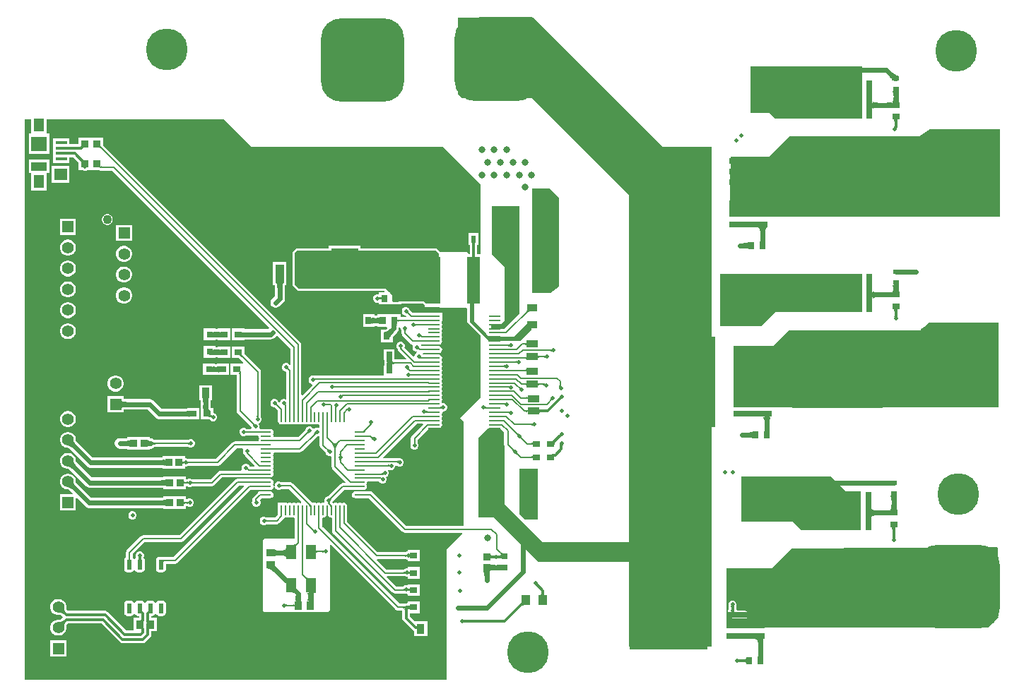
<source format=gbr>
%FSTAX23Y23*%
%MOIN*%
%SFA1B1*%

%IPPOS*%
%AMD25*
4,1,8,0.022500,0.004200,-0.022500,0.004200,-0.026700,0.000000,-0.026700,0.000000,-0.022500,-0.004200,0.022500,-0.004200,0.026700,0.000000,0.026700,0.000000,0.022500,0.004200,0.0*
1,1,0.008360,0.022500,0.000000*
1,1,0.008360,-0.022500,0.000000*
1,1,0.008360,-0.022500,0.000000*
1,1,0.008360,0.022500,0.000000*
%
%AMD36*
4,1,8,-0.004200,0.019200,-0.004200,-0.019200,0.000000,-0.023400,0.000000,-0.023400,0.004200,-0.019200,0.004200,0.019200,0.000000,0.023400,0.000000,0.023400,-0.004200,0.019200,0.0*
1,1,0.008360,0.000000,0.019200*
1,1,0.008360,0.000000,-0.019200*
1,1,0.008360,0.000000,-0.019200*
1,1,0.008360,0.000000,0.019200*
%
%AMD37*
4,1,8,-0.023400,0.000000,-0.023400,0.000000,-0.019200,-0.004200,0.019200,-0.004200,0.023400,0.000000,0.023400,0.000000,0.019200,0.004200,-0.019200,0.004200,-0.023400,0.000000,0.0*
1,1,0.008360,-0.019200,0.000000*
1,1,0.008360,-0.019200,0.000000*
1,1,0.008360,0.019200,0.000000*
1,1,0.008360,0.019200,0.000000*
%
%AMD63*
4,1,8,0.008900,0.024600,-0.008900,0.024600,-0.010800,0.022700,-0.010800,-0.022700,-0.008900,-0.024600,0.008900,-0.024600,0.010800,-0.022700,0.010800,0.022700,0.008900,0.024600,0.0*
1,1,0.003900,0.008900,0.022700*
1,1,0.003900,-0.008900,0.022700*
1,1,0.003900,-0.008900,-0.022700*
1,1,0.003900,0.008900,-0.022700*
%
%AMD100*
4,1,8,0.098400,0.196800,-0.098400,0.196800,-0.196800,0.098400,-0.196800,-0.098400,-0.098400,-0.196800,0.098400,-0.196800,0.196800,-0.098400,0.196800,0.098400,0.098400,0.196800,0.0*
1,1,0.196860,0.098400,0.098400*
1,1,0.196860,-0.098400,0.098400*
1,1,0.196860,-0.098400,-0.098400*
1,1,0.196860,0.098400,-0.098400*
%
%AMD101*
4,1,8,-0.196800,0.098400,-0.196800,-0.098400,-0.098400,-0.196800,0.098400,-0.196800,0.196800,-0.098400,0.196800,0.098400,0.098400,0.196800,-0.098400,0.196800,-0.196800,0.098400,0.0*
1,1,0.196860,-0.098400,0.098400*
1,1,0.196860,-0.098400,-0.098400*
1,1,0.196860,0.098400,-0.098400*
1,1,0.196860,0.098400,0.098400*
%
%ADD13C,0.023620*%
%ADD15C,0.007870*%
%ADD20R,0.039370X0.051180*%
%ADD21R,0.425200X0.370080*%
%ADD22R,0.031500X0.181100*%
%ADD23R,0.047240X0.070870*%
%ADD24R,0.029530X0.033470*%
G04~CAMADD=25~8~0.0~0.0~533.6~83.7~41.8~0.0~15~0.0~0.0~0.0~0.0~0~0.0~0.0~0.0~0.0~0~0.0~0.0~0.0~0.0~533.6~83.7*
%ADD25D25*%
%ADD26R,0.053360X0.008370*%
%ADD27R,0.051180X0.064960*%
%ADD28R,0.074800X0.070870*%
%ADD29R,0.074800X0.039370*%
%ADD30R,0.061020X0.056100*%
%ADD31R,0.054330X0.017720*%
%ADD32R,0.025590X0.027560*%
%ADD33R,0.043310X0.080710*%
%ADD34R,0.035430X0.031500*%
%ADD35R,0.008370X0.046780*%
G04~CAMADD=36~8~0.0~0.0~467.8~83.7~41.8~0.0~15~0.0~0.0~0.0~0.0~0~0.0~0.0~0.0~0.0~0~0.0~0.0~0.0~90.0~84.0~467.0*
%ADD36D36*%
G04~CAMADD=37~8~0.0~0.0~83.7~467.8~41.8~0.0~15~0.0~0.0~0.0~0.0~0~0.0~0.0~0.0~0.0~0~0.0~0.0~0.0~90.0~468.0~84.0*
%ADD37D37*%
%ADD38R,0.031500X0.031500*%
%ADD39R,0.037650X0.047490*%
%ADD40R,0.041340X0.037400*%
%ADD41R,0.037400X0.041340*%
%ADD42R,0.027560X0.025590*%
%ADD43R,0.035680X0.033660*%
%ADD44R,0.031500X0.023620*%
%ADD45R,0.033940X0.025870*%
%ADD46R,0.025870X0.033940*%
%ADD47R,0.031500X0.035430*%
%ADD48R,0.029530X0.035430*%
%ADD49R,0.031500X0.037400*%
%ADD50R,0.062990X0.224410*%
%ADD51R,0.024800X0.032680*%
%ADD52R,0.047490X0.037650*%
%ADD53R,0.053150X0.037400*%
%ADD54R,0.033660X0.035680*%
%ADD55R,0.036810X0.037880*%
%ADD56R,0.035430X0.039370*%
%ADD57R,0.181100X0.031500*%
%ADD58R,0.370080X0.425200*%
%ADD59R,0.080710X0.043310*%
%ADD60R,0.039370X0.086610*%
%ADD61R,0.129920X0.086610*%
%ADD62R,0.125980X0.067720*%
G04~CAMADD=63~8~0.0~0.0~216.5~492.1~19.5~0.0~15~0.0~0.0~0.0~0.0~0~0.0~0.0~0.0~0.0~0~0.0~0.0~0.0~0.0~216.5~492.1*
%ADD63D63*%
%ADD73R,0.142130X0.250000*%
%ADD91R,0.055120X0.055120*%
%ADD92C,0.055120*%
%ADD93C,0.043310*%
%ADD97C,0.047240*%
%ADD98C,0.011810*%
%ADD99C,0.196850*%
G04~CAMADD=100~8~0.0~0.0~3937.0~3937.0~984.3~0.0~15~0.0~0.0~0.0~0.0~0~0.0~0.0~0.0~0.0~0~0.0~0.0~0.0~0.0~3937.0~3937.0*
%ADD100D100*%
G04~CAMADD=101~8~0.0~0.0~3937.0~3937.0~984.3~0.0~15~0.0~0.0~0.0~0.0~0~0.0~0.0~0.0~0.0~0~0.0~0.0~0.0~90.0~3936.0~3936.0*
%ADD101D101*%
%ADD102C,0.019680*%
%ADD103C,0.031500*%
%ADD104C,0.023620*%
%LNpcb_copper_signal_top-1*%
%LPD*%
G36*
X06487Y0432D02*
X06494Y04315D01*
X06497Y04313*
X065Y04311*
X06503Y04309*
X06506Y04308*
X06509Y04307*
X06512Y04307*
X06515Y04307*
X06484Y04283*
X06484Y04285*
X06483Y04286*
X06482Y04288*
X06481Y0429*
X0648Y04293*
X06478Y04295*
X06473Y04301*
X06467Y04307*
X06484Y04323*
X06487Y0432*
G37*
G36*
X06514Y04232D02*
X06514Y04231D01*
X06513Y0423*
X06513Y04228*
X06512Y04226*
X06512Y04224*
X06511Y04217*
X06511Y04209*
X06488*
X06488Y04213*
X06487Y04226*
X06486Y04228*
X06486Y0423*
X06485Y04231*
X06485Y04232*
X06484Y04232*
X06515*
X06514Y04232*
G37*
G36*
X06511Y04199D02*
X06512Y04188D01*
X06513Y04186*
X06513Y04184*
X06514Y04182*
X06515Y04181*
X06515Y0418*
X06516Y0418*
X06483*
Y04154*
X06482Y04154*
X06482Y04155*
X06481Y04155*
X06477Y04155*
X06459Y04155*
Y04179*
X06483Y0418*
X06484Y0418*
X06484Y04181*
X06485Y04182*
X06486Y04184*
X06486Y04186*
X06487Y04188*
X06487Y04191*
X06488Y04199*
X06488Y04204*
X06511*
X06511Y04199*
G37*
G36*
X0639Y04188D02*
X06391Y04186D01*
X06392Y04185*
X06394Y04183*
X06396Y04182*
X06399Y04181*
X06402Y0418*
X06405Y04179*
X06409Y04179*
X06414Y04179*
Y04155*
X06409Y04155*
X06405Y04155*
X06402Y04154*
X06399Y04153*
X06396Y04152*
X06394Y04151*
X06392Y04149*
X06391Y04148*
X0639Y04146*
X0639Y04143*
Y04191*
X0639Y04188*
G37*
G36*
X0634Y04105D02*
X0593D01*
X05905Y0413*
X05815*
Y0435*
X0634*
Y04105*
G37*
G36*
X0651Y04099D02*
X06509Y04099D01*
X06508Y04098*
X06508Y04097*
X06507Y04096*
X06506Y04095*
X06506Y04093*
X06506Y04092*
X06505Y0409*
X06505Y04087*
X06494*
X06494Y0409*
X06493Y04092*
X06493Y04093*
X06493Y04095*
X06492Y04096*
X06491Y04097*
X06491Y04098*
X0649Y04099*
X06489Y04099*
X06488Y04099*
X06511*
X0651Y04099*
G37*
G36*
X06505Y04069D02*
X06504Y04058D01*
X06492Y04064*
X06492Y04064*
X06493Y04064*
X06493Y04065*
X06493Y04065*
X06493Y04066*
X06493Y04066*
X06493Y04067*
X06494Y04069*
X06494Y0407*
X06505Y04069*
G37*
G36*
X0346Y0397D02*
X04365D01*
X0454Y03795*
Y03464*
X04526*
Y03506*
X04533*
Y03563*
X04484*
Y03506*
X0449*
Y03464*
X04485*
X04484Y03467*
X04482Y03471*
X04478Y03473*
X04475Y03474*
X04355*
X04351Y03473*
X04351Y03473*
X04337Y03487*
X04333Y03489*
X0433Y0349*
X03974*
Y03504*
X03825*
Y0349*
X03675*
X03671Y03489*
X03667Y03487*
X03657Y03477*
X03655Y03473*
X03654Y0347*
Y03427*
X03654*
Y03316*
X03655*
X03655Y03316*
X03657Y03312*
X03677Y03292*
X03681Y0329*
X03685Y03289*
X04087*
X04088Y03288*
X04085Y03283*
X04062*
Y03277*
X04058Y03274*
X04051*
X04043Y03271*
X04038Y03266*
X04035Y03258*
Y03251*
X04038Y03243*
X04043Y03238*
X04051Y03235*
X04058*
X04062Y03232*
Y03226*
X04167*
Y03229*
X0427*
X04277Y03222*
X04279Y03221*
Y03215*
X04345*
X04347Y03212*
X04351Y0321*
X04355Y03209*
X04475*
X04479Y03205*
Y03145*
X0448Y03141*
X04482Y03137*
X0454Y0308*
Y02785*
X04445Y0269*
X0446Y02675*
Y02181*
X04191*
X04033Y02338*
X04028Y02342*
X04022Y02343*
X0399*
X03989Y02343*
X0395*
X03944Y02342*
X03939Y02338*
X03935Y02333*
X03934Y02327*
X03935Y02321*
X03939Y02315*
X03944Y02312*
X0395Y02311*
X03989*
X0399Y02311*
X04015*
X04173Y02153*
X04178Y0215*
X04185Y02148*
X04454*
X04456Y02143*
X0438Y02067*
Y01455*
X0239*
Y041*
X02422*
Y04032*
X0241*
Y03937*
X02508*
Y04032*
X02496*
Y041*
X0333*
X0346Y0397*
G37*
G36*
X0699Y0364D02*
X05718D01*
X05715Y03643*
X0572Y03925*
X059*
X06Y0402*
X0661*
X0666Y04055*
X0699*
Y0364*
G37*
G36*
X05895Y03589D02*
X05893Y03589D01*
X05891Y03588*
X05889Y03587*
X05888Y03585*
X05887Y03583*
X05886Y0358*
X05885Y03577*
X05884Y03574*
X05884Y0357*
X05884Y03565*
X0586*
X0586Y0357*
X0586Y03574*
X05859Y03577*
X05858Y0358*
X05857Y03583*
X05856Y03585*
X05854Y03587*
X05853Y03588*
X05851Y03589*
X05848Y03589*
X05895Y03589*
G37*
G36*
X05885Y03521D02*
X05859D01*
X05859Y03522*
X0586Y03522*
X0586Y03523*
X0586Y03527*
X0586Y03545*
X05884*
X05885Y03521*
G37*
G36*
X04519Y03518D02*
X04518Y03518D01*
X04517Y03517*
X04516Y03516*
X04516Y03515*
X04515Y03514*
X04515Y03513*
X04515Y03511*
X04514Y03509*
X04514Y03506*
X04502*
X04502Y03509*
X04502Y03511*
X04502Y03513*
X04502Y03514*
X04501Y03515*
X045Y03516*
X045Y03517*
X04499Y03518*
X04498Y03518*
X04497Y03518*
X0452*
X04519Y03518*
G37*
G36*
X05804Y03488D02*
X05804Y03489D01*
X05803Y03489*
X05802Y0349*
X058Y03491*
X05798Y03491*
X05796Y03492*
X05793Y03492*
X05785Y03493*
X0578Y03493*
Y03516*
X05785Y03516*
X05796Y03517*
X05798Y03518*
X058Y03518*
X05802Y03519*
X05803Y0352*
X05804Y0352*
X05804Y03521*
Y03488*
G37*
G36*
X04514Y03461D02*
X04515Y03459D01*
X04515Y03457*
X04515Y03456*
X04516Y03455*
X04516Y03453*
X04517Y03453*
X04518Y03452*
X04519Y03452*
X0452Y03452*
X04497*
X04498Y03452*
X04499Y03452*
X045Y03453*
X045Y03453*
X04501Y03455*
X04502Y03456*
X04502Y03457*
X04502Y03459*
X04502Y03461*
X04502Y03463*
X04514*
X04514Y03461*
G37*
G36*
X0491Y0373D02*
Y0331D01*
X0487Y0328*
X04785*
Y03775*
X04865*
X0491Y0373*
G37*
G36*
X06514Y03317D02*
X06514Y03316D01*
X06513Y03315*
X06513Y03313*
X06512Y03311*
X06512Y03309*
X06511Y03302*
X06512Y03293*
X06513Y03291*
X06513Y03289*
X06514Y03287*
X06515Y03286*
X06515Y03285*
X06516Y03285*
X06483*
Y03259*
X06482Y03259*
X06482Y0326*
X06481Y0326*
X06477Y0326*
X06459Y0326*
Y03284*
X06483Y03285*
X06484Y03285*
X06484Y03286*
X06485Y03287*
X06486Y03289*
X06486Y03291*
X06487Y03293*
X06487Y03296*
X06487Y03301*
X06487Y03311*
X06486Y03313*
X06486Y03315*
X06485Y03316*
X06485Y03317*
X06484Y03317*
X06515*
X06514Y03317*
G37*
G36*
X04074Y03247D02*
X04074Y03247D01*
X04074Y03248*
X04074Y03249*
X04073Y03249*
X04072Y0325*
X04072Y0325*
X0407Y0325*
X04069Y0325*
X04068Y03251*
X04068Y0325*
X04067Y0325*
X04066Y0325*
X04065Y0325*
X04064Y0325*
X04063Y03249*
X04063Y03249*
X04062Y03248*
X04062Y03248*
Y03261*
X04062Y03261*
X04063Y0326*
X04063Y0326*
X04064Y0326*
X04065Y03259*
X04066Y03259*
X04067Y03259*
X04068Y03259*
X04068Y03259*
X04069Y03259*
X0407Y03259*
X04072Y03259*
X04072Y03259*
X04073Y0326*
X04074Y0326*
X04074Y03261*
X04074Y03262*
X04074Y03262*
Y03247*
G37*
G36*
X0639Y03293D02*
X06391Y03291D01*
X06392Y0329*
X06394Y03288*
X06396Y03287*
X06399Y03286*
X06402Y03285*
X06405Y03284*
X06409Y03284*
X06414Y03284*
Y0326*
X06409Y0326*
X06405Y0326*
X06402Y03259*
X06399Y03258*
X06396Y03257*
X06394Y03256*
X06392Y03254*
X06391Y03253*
X0639Y03251*
X0639Y03248*
Y03296*
X0639Y03293*
G37*
G36*
X04345Y03465D02*
X04344Y03464D01*
Y0323*
X04285*
X04275Y0324*
X04125*
Y0327*
X04115Y03279*
Y03283*
X04111*
X04095Y033*
X03685*
X03665Y0332*
Y0347*
X03675Y0348*
X0433*
X04345Y03465*
G37*
G36*
X0651Y03204D02*
X06509Y03204D01*
X06508Y03203*
X06508Y03202*
X06507Y03201*
X06506Y032*
X06506Y03198*
X06506Y03197*
X06505Y03195*
X06505Y03192*
X06494*
X06494Y03195*
X06493Y03197*
X06493Y03198*
X06493Y032*
X06492Y03201*
X06491Y03202*
X06491Y03203*
X0649Y03204*
X06489Y03204*
X06488Y03204*
X06511*
X0651Y03204*
G37*
G36*
X04772Y03191D02*
X04771Y03192D01*
X04771Y03192*
X0477*
X04769Y03192*
X04768Y03191*
X04767Y0319*
X04765Y0319*
X04764Y03188*
X04761Y03186*
X04755Y03191*
X04757Y03193*
X04759Y03196*
X0476Y03197*
X04761Y03198*
X04761Y03199*
X04762Y032*
Y03201*
X04761Y03202*
X04761Y03202*
X04772Y03191*
G37*
G36*
X06505Y03172D02*
X06506Y03169D01*
X06506Y03168*
X06506Y03168*
X06506Y03167*
X06506Y03167*
X06506Y03167*
X06493*
X06493Y03167*
X06493Y03167*
X06493Y03168*
X06493Y03168*
X06493Y03169*
X06494Y0317*
X06494Y03172*
X06494Y03173*
X06505*
X06505Y03172*
G37*
G36*
X0634Y0319D02*
X0593D01*
X05865Y03125*
X0567*
Y0337*
X0634*
Y0319*
G37*
G36*
X04725Y03185D02*
X0465Y0311D01*
X0459*
Y03134*
X0463*
X04631Y03135*
X0464*
X04655Y0315*
Y03405*
X04595Y03465*
Y03685*
Y0369*
X04725*
Y03185*
G37*
G36*
X0451Y03147D02*
X04569Y03087D01*
X0457Y03085*
X04573Y0308*
X04578Y03076*
X04581Y03076*
X04582Y03075*
X047*
X04765Y0314*
X04782*
Y03107*
X04727Y03052*
X04694*
X04688Y03054*
X04681*
X04675Y03052*
X04582*
X0449Y03145*
Y0323*
X0451*
Y03147*
G37*
G36*
X04758Y03031D02*
X04758Y03031D01*
X04758Y03032*
X04757Y03033*
X04757Y03033*
X04756Y03034*
X04755Y03034*
X04754Y03034*
X04753Y03034*
X04752Y03035*
X0475Y03035*
Y03042*
X04752Y03043*
X04753Y03043*
X04754Y03043*
X04755Y03043*
X04756Y03043*
X04757Y03044*
X04757Y03044*
X04758Y03045*
X04758Y03046*
X04758Y03046*
Y03031*
G37*
G36*
X04679Y03026D02*
X04678Y03027D01*
X04678Y03027*
X04677Y03028*
X04676Y03028*
X04675Y03028*
X04674Y03028*
X04674Y03028*
X04673Y03029*
X04671Y03029*
X04669Y03036*
X0467Y03037*
X04671Y03037*
X04672Y03037*
X04673Y03037*
X04673Y03037*
X04674Y03038*
X04675Y03038*
X04675Y03039*
X04676Y03039*
X04676Y0304*
X04679Y03026*
G37*
G36*
X04877Y03003D02*
X04877Y03003D01*
X04876Y03004*
X04876Y03004*
X04875Y03005*
X04874Y03005*
X04873Y03005*
X04872Y03005*
X04871Y03005*
X04871Y03006*
X0487Y03006*
Y03013*
X04871Y03013*
X04871Y03014*
X04872Y03014*
X04873Y03014*
X04874Y03014*
X04875Y03015*
X04876Y03015*
X04876Y03015*
X04877Y03016*
X04877Y03016*
Y03003*
G37*
G36*
X04847Y02973D02*
X04847Y02973D01*
X04846Y02974*
X04846Y02974*
X04845Y02975*
X04844Y02975*
X04843Y02975*
X04842Y02975*
X04841Y02975*
X04841Y02976*
X0484Y02976*
Y02983*
X04841Y02983*
X04841Y02984*
X04842Y02984*
X04843Y02984*
X04844Y02984*
X04845Y02985*
X04846Y02985*
X04846Y02985*
X04847Y02986*
X04847Y02986*
Y02973*
G37*
G36*
X04811Y02987D02*
X04811Y02986D01*
X04812Y02985*
X04812Y02985*
X04813Y02984*
X04814Y02984*
X04815Y02984*
X04816Y02984*
X04817Y02983*
X04819Y02983*
Y02976*
X04817Y02976*
X04816Y02975*
X04815Y02975*
X04814Y02975*
X04813Y02975*
X04812Y02974*
X04812Y02974*
X04811Y02973*
X04811Y02972*
X04811Y02972*
Y02987*
X04811Y02987*
G37*
G36*
X04758Y02966D02*
X04758Y02966D01*
X04758Y02967*
X04757Y02968*
X04757Y02968*
X04756Y02968*
X04755Y02969*
X04754Y02969*
X04753Y02969*
X04752Y02969*
X0475Y02969*
Y02977*
X04752Y02977*
X04753Y02977*
X04754Y02978*
X04755Y02978*
X04756Y02978*
X04757Y02979*
X04757Y02979*
X04758Y0298*
X04758Y02981*
X04758Y02981*
Y02966*
G37*
G36*
X04713Y02947D02*
X04712Y02948D01*
X04712Y02948*
X04711Y02949*
X0471Y02949*
X04709Y02949*
X04709Y02949*
X04708Y0295*
X04707Y0295*
X04706Y0295*
X04705Y0295*
X04704Y02958*
X04705Y02958*
X04706Y02958*
X04707Y02958*
X04708Y02958*
X04709Y02959*
X04709Y02959*
X0471Y02959*
X04711Y0296*
X04711Y0296*
X04712Y02961*
X04713Y02947*
G37*
G36*
X04658Y02927D02*
X04657Y02928D01*
X04656Y02928*
X04656Y02929*
X04655Y02929*
X04654Y02929*
X04653Y0293*
X04653Y0293*
X04652Y0293*
X04651Y0293*
X0465Y0293*
X04649Y02938*
X0465Y02938*
X04651Y02938*
X04652Y02938*
X04653Y02939*
X04654Y02939*
X04655Y02939*
X04655Y0294*
X04656Y0294*
X04657Y02941*
X04657Y02941*
X04658Y02927*
G37*
G36*
X04758Y02906D02*
X04758Y02907D01*
X04758Y02908*
X04757Y02908*
X04757Y02909*
X04756Y02909*
X04755Y0291*
X04754Y0291*
X04753Y0291*
X04752Y0291*
X0475Y0291*
Y02918*
X04752Y02918*
X04753Y02918*
X04754Y02919*
X04755Y02919*
X04756Y02919*
X04757Y0292*
X04757Y0292*
X04758Y02921*
X04758Y02921*
X04758Y02922*
Y02906*
G37*
G36*
Y02843D02*
X04758Y02843D01*
X04758Y02844*
X04757Y02845*
X04757Y02845*
X04756Y02846*
X04755Y02846*
X04754Y02846*
X04753Y02846*
X04752Y02846*
X0475Y02847*
Y02854*
X04752Y02854*
X04753Y02855*
X04754Y02855*
X04755Y02855*
X04756Y02855*
X04757Y02856*
X04757Y02856*
X04758Y02857*
X04758Y02858*
X04758Y02858*
Y02843*
G37*
G36*
X0484Y02842D02*
X0484Y02843D01*
X04839Y02843*
X04839Y02844*
X04839Y02844*
X04838Y02845*
X04837Y02845*
X04837Y02845*
X04836Y02845*
X04835Y02846*
X04834Y02846*
X04835Y02853*
X04846Y02854*
X0484Y02842*
G37*
G36*
X04811Y02857D02*
X04811Y02856D01*
X04812Y02855*
X04812Y02855*
X04813Y02854*
X04814Y02854*
X04815Y02854*
X04816Y02854*
X04817Y02853*
X04819Y02853*
Y02846*
X04817Y02846*
X04816Y02845*
X04815Y02845*
X04814Y02845*
X04813Y02845*
X04812Y02844*
X04812Y02844*
X04811Y02843*
X04811Y02842*
X04811Y02842*
Y02857*
X04811Y02857*
G37*
G36*
X04921Y02844D02*
X04921Y02843D01*
X04922Y02842*
X04922Y02841*
X04922Y02841*
X04923Y0284*
X04923Y02839*
X04924Y02839*
X04924Y02838*
X04925Y02838*
X04911Y02835*
X04912Y02836*
X04912Y02836*
X04912Y02837*
X04913Y02838*
X04913Y02839*
X04913Y02839*
X04913Y0284*
X04913Y02841*
X04913Y02843*
X04921Y02845*
X04921Y02844*
G37*
G36*
X04763Y02777D02*
X04763Y02777D01*
X04763Y02778*
X04762Y02779*
X04762Y02779*
X04761Y0278*
X0476Y0278*
X04759Y0278*
X04758Y0278*
X04757Y02781*
X04755Y02781*
Y02788*
X04757Y02788*
X04758Y02789*
X04759Y02789*
X0476Y02789*
X04761Y02789*
X04762Y0279*
X04762Y0279*
X04763Y02791*
X04763Y02792*
X04763Y02792*
Y02777*
G37*
G36*
X04924Y0278D02*
X04924Y0278D01*
X04924Y0278*
X04923Y02779*
X04923Y02779*
X04922Y02779*
X04921Y02778*
X0492Y02776*
X04919Y02776*
X04911Y02784*
X04911Y02785*
X04914Y02787*
X04914Y02788*
X04914Y02788*
X04915Y02789*
X04915Y02789*
X04915Y02789*
X04924Y0278*
G37*
G36*
X06985Y0274D02*
X05735D01*
Y0303*
X0592*
X05995Y03105*
X0662*
X06655Y0314*
X06985*
Y0274*
G37*
G36*
X04563Y02744D02*
X04564Y02743D01*
X04564Y02743*
X04565Y02742*
X04566Y02742*
X04566Y02742*
X04567Y02742*
X04568Y02741*
X04569Y02741*
X0457Y02741*
X04568Y02733*
X04567Y02733*
X04565Y02733*
X04564Y02733*
X04564Y02733*
X04563Y02733*
X04562Y02732*
X04561Y02732*
X0456Y02732*
X0456Y02731*
X04563Y02745*
X04563Y02744*
G37*
G36*
X04785Y02718D02*
X04785Y02718D01*
X04785Y02718*
X04783Y02718*
X04773Y02718*
Y02726*
X04785Y02727*
Y02718*
G37*
G36*
X04763Y02714D02*
X04763Y02715D01*
X04763Y02716*
X04762Y02716*
X04762Y02717*
X04761Y02717*
X0476Y02718*
X04759Y02718*
X04758Y02718*
X04757Y02718*
X04755Y02718*
Y02726*
X04757Y02726*
X04758Y02726*
X04759Y02727*
X0476Y02727*
X04761Y02727*
X04762Y02728*
X04762Y02728*
X04763Y02729*
X04763Y02729*
X04763Y0273*
Y02714*
G37*
G36*
X04816Y02733D02*
X04816Y02732D01*
X04817Y02731*
X04818Y0273*
X04819Y0273*
X0482Y02729*
X04822Y02729*
X04823Y02728*
X04826Y02728*
X04828Y02728*
Y02716*
X04826Y02716*
X04823Y02716*
X04822Y02716*
X0482Y02715*
X04819Y02715*
X04818Y02714*
X04817Y02714*
X04816Y02713*
X04816Y02712*
X04816Y02711*
Y02734*
X04816Y02733*
G37*
G36*
X05915Y02694D02*
X05913Y02694D01*
X05911Y02693*
X05909Y02692*
X05908Y0269*
X05907Y02688*
X05906Y02685*
X05905Y02682*
X05904Y02679*
X05904Y02675*
X05904Y0267*
X0588*
X0588Y02675*
X0588Y02679*
X05879Y02682*
X05878Y02685*
X05877Y02688*
X05876Y0269*
X05874Y02692*
X05873Y02693*
X05871Y02694*
X05868Y02694*
X05915Y02694*
G37*
G36*
X04787Y02653D02*
X04787Y02653D01*
X04786Y02654*
X04786Y02654*
X04785Y02655*
X04784Y02655*
X04783Y02655*
X04782Y02655*
X04781Y02655*
X04781Y02656*
X0478Y02656*
Y02663*
X04781Y02663*
X04781Y02664*
X04782Y02664*
X04783Y02664*
X04784Y02664*
X04785Y02665*
X04786Y02665*
X04786Y02665*
X04787Y02666*
X04787Y02666*
Y02653*
G37*
G36*
X05905Y02626D02*
X05879D01*
X05879Y02627*
X0588Y02627*
X0588Y02628*
X0588Y02632*
X0588Y0265*
X05904*
X05905Y02626*
G37*
G36*
X04717Y02617D02*
X04718Y02617D01*
X04719Y02616*
X0472Y02616*
X0472Y02615*
X04721Y02615*
X04722Y02615*
X04723Y02614*
X04724Y02614*
X04724Y02614*
X04715Y02605*
X04715Y02605*
X04715Y02606*
X04714Y02607*
X04714Y02608*
X04714Y02609*
X04713Y02609*
X04713Y0261*
X04712Y02611*
X04712Y02612*
X04711Y02612*
X04717Y02618*
X04717Y02617*
G37*
G36*
X04924Y02605D02*
X04924Y02605D01*
X04923Y02605*
X04923Y02604*
X04922Y02604*
X04922Y02604*
X04921Y02603*
X0492Y02602*
X04918Y02601*
X04911Y0261*
X04911Y0261*
X04914Y02614*
X04914Y02614*
X04914Y02614*
X04915Y02615*
X04915Y02615*
X04924Y02605*
G37*
G36*
X05824Y02593D02*
X05824Y02594D01*
X05823Y02594*
X05822Y02595*
X0582Y02596*
X05818Y02596*
X05816Y02597*
X05813Y02597*
X05805Y02598*
X058Y02598*
Y02621*
X05805Y02621*
X05816Y02622*
X05818Y02623*
X0582Y02623*
X05822Y02624*
X05823Y02625*
X05824Y02625*
X05824Y02626*
Y02593*
G37*
G36*
X04734Y02604D02*
X04734Y02603D01*
X04735Y02602*
X04735Y02601*
X04735Y026*
X04736Y026*
X04736Y02599*
X04737Y02598*
X04737Y02597*
X04738Y02597*
X04732Y02591*
X04732Y02592*
X04731Y02592*
X0473Y02593*
X04729Y02593*
X04729Y02594*
X04728Y02594*
X04727Y02594*
X04726Y02595*
X04725Y02595*
X04725Y02595*
X04734Y02604*
X04734Y02604*
G37*
G36*
X04899Y02581D02*
X04897Y02579D01*
X04893Y02575*
X04892Y02573*
X04891Y02571*
X0489Y02569*
X0489Y02568*
Y02567*
X0489Y02566*
X04891Y02565*
X04874Y02581*
X04875Y02581*
X04876Y0258*
X04877*
X04879Y02581*
X0488Y02581*
X04882Y02582*
X04884Y02584*
X04886Y02585*
X04891Y0259*
X04899Y02581*
G37*
G36*
X04789Y0256D02*
X04788Y02561D01*
X04788Y02561*
X04788Y02562*
X04787Y02563*
X04787Y02563*
X04786Y02563*
X04785Y02564*
X04783Y02564*
X04782Y02564*
X04781Y02564*
Y02572*
X04782Y02572*
X04783Y02572*
X04785Y02572*
X04786Y02572*
X04787Y02573*
X04787Y02573*
X04788Y02574*
X04788Y02574*
X04788Y02575*
X04789Y02576*
Y0256*
G37*
G36*
X0493Y02562D02*
X0493Y02561D01*
X0493Y02561*
X0493Y0256*
X04929Y0256*
X04929Y02559*
X04929Y02559*
X04929Y02557*
X04929Y02556*
X04929Y02555*
X04917Y02557*
X04917Y02558*
X04917Y02563*
X04917Y02563*
X04917Y02564*
X0493Y02562*
G37*
G36*
X04697Y02542D02*
X04698Y02542D01*
X04699Y02541*
X047Y02541*
X047Y0254*
X04701Y0254*
X04702Y0254*
X04703Y02539*
X04704Y02539*
X04704Y02539*
X04695Y0253*
X04695Y0253*
X04695Y02531*
X04694Y02532*
X04694Y02533*
X04694Y02534*
X04693Y02534*
X04693Y02535*
X04692Y02536*
X04692Y02537*
X04691Y02537*
X04697Y02543*
X04697Y02542*
G37*
G36*
X04714Y02529D02*
X04714Y02528D01*
X04715Y02527*
X04715Y02526*
X04715Y02525*
X04716Y02525*
X04716Y02524*
X04717Y02523*
X04717Y02522*
X04718Y02522*
X04712Y02516*
X04712Y02517*
X04711Y02517*
X0471Y02518*
X04709Y02518*
X04709Y02519*
X04708Y02519*
X04707Y02519*
X04706Y0252*
X04705Y0252*
X04705Y0252*
X04714Y02529*
X04714Y02529*
G37*
G36*
X04789Y02497D02*
X04788Y02497D01*
X04788Y02498*
X04788Y02499*
X04787Y02499*
X04787Y025*
X04786Y025*
X04785Y025*
X04783Y025*
X04782Y02501*
X04781Y02501*
Y02508*
X04782Y02508*
X04783Y02509*
X04785Y02509*
X04786Y02509*
X04787Y02509*
X04787Y0251*
X04788Y0251*
X04788Y02511*
X04788Y02512*
X04789Y02512*
Y02497*
G37*
G36*
X06504Y02322D02*
X06504Y02321D01*
X06503Y0232*
X06503Y02318*
X06502Y02316*
X06502Y02314*
X06501Y02307*
X06501Y02299*
X06478*
X06478Y02303*
X06477Y02316*
X06476Y02318*
X06476Y0232*
X06475Y02321*
X06475Y02322*
X06474Y02322*
X06505*
X06504Y02322*
G37*
G36*
X06501Y02274D02*
X06502Y02263D01*
X06503Y02261*
X06503Y02259*
X06504Y02257*
X06505Y02256*
X06505Y02255*
X06506Y02255*
X06473*
Y02229*
X06472Y02229*
X06472Y0223*
X06471Y0223*
X06467Y0223*
X06449Y0223*
Y02254*
X06473Y02255*
X06474Y02255*
X06474Y02256*
X06475Y02257*
X06476Y02259*
X06476Y02261*
X06477Y02263*
X06477Y02266*
X06478Y02274*
X06478Y02279*
X06501*
X06501Y02274*
G37*
G36*
X06385Y02263D02*
X06386Y02261D01*
X06387Y0226*
X06389Y02258*
X06391Y02257*
X06394Y02256*
X06397Y02255*
X064Y02254*
X06404Y02254*
X06409Y02254*
Y0223*
X06404Y0223*
X064Y0223*
X06397Y02229*
X06394Y02228*
X06391Y02227*
X06389Y02226*
X06387Y02224*
X06386Y02223*
X06385Y02221*
X06385Y02218*
Y02266*
X06385Y02263*
G37*
G36*
X0481Y0221D02*
X0475D01*
X04725Y02235*
Y0245*
X0481*
Y0221*
G37*
G36*
X065Y02174D02*
X06499Y02174D01*
X06498Y02173*
X06498Y02172*
X06497Y02171*
X06496Y0217*
X06496Y02168*
X06496Y02167*
X06495Y02165*
X06495Y02162*
X06484*
X06484Y02165*
X06483Y02167*
X06483Y02168*
X06483Y0217*
X06482Y02171*
X06481Y02172*
X06481Y02173*
X0648Y02174*
X06479Y02174*
X06478Y02174*
X06501*
X065Y02174*
G37*
G36*
X06265Y02345D02*
X06335D01*
Y0216*
X06055*
X06015Y022*
X05775*
X05774Y02199*
X0577Y02201*
Y02415*
X06195*
X06265Y02345*
G37*
G36*
X06495Y02127D02*
X06496Y02124D01*
X06496Y02123*
X06496Y02123*
X06496Y02122*
X06496Y02122*
X06496Y02122*
X06483*
X06483Y02122*
X06483Y02122*
X06483Y02123*
X06483Y02123*
X06483Y02124*
X06484Y02125*
X06484Y02127*
X06484Y02128*
X06495*
X06495Y02127*
G37*
G36*
X054Y0397D02*
X0563D01*
Y01611*
X05625Y01609*
X05625Y0161*
X0524*
Y0201*
X04815*
X04655Y0217*
X04605Y0222*
X0453*
Y02595*
X04575Y0264*
X04635*
X04653Y02621*
Y02565*
X04654Y02559*
X04655Y02559*
Y0253*
Y02285*
X04835Y02105*
X0524*
Y03745*
X04785Y042*
X04455*
X04435Y0422*
Y0458*
X0463Y04585*
X04785*
X054Y0397*
G37*
G36*
X04642Y02053D02*
X04645Y0205D01*
X04647Y02049*
X04648Y02049*
X04649Y02048*
X0465Y02048*
X04651*
X04651Y02048*
X04652Y02049*
X04641Y02038*
X04641Y02038*
X04642Y02039*
Y0204*
X04641Y02041*
X04641Y02042*
Y02023*
X04641Y02025*
X0464Y02025*
X0464Y02026*
X04639Y02027*
X04638Y02028*
X04637Y02028*
X04635Y02029*
X04633Y02029*
X04631Y02029*
X04629Y02029*
Y02041*
X04631Y02041*
X04633Y02041*
X04635Y02042*
X04637Y02042*
X04638Y02042*
X04639Y02043*
X0464Y02044*
X04639Y02044*
X04638Y02046*
X04635Y02049*
X04641Y02054*
X04642Y02053*
G37*
G36*
X04621Y02042D02*
X04622Y02042D01*
X04622Y02041*
X04623Y02041*
X04623Y02041*
X04625Y02041*
X04628Y02041*
X04629Y02029*
X04628Y02029*
X04624Y02029*
X04623Y02029*
X04623Y02029*
X04623Y02028*
X04622Y02028*
X04622Y02028*
X04621Y02042*
X04621Y02042*
G37*
G36*
X04608Y02027D02*
X04607Y02028D01*
X04607Y02028*
X04607Y02028*
X04606Y02028*
X04605Y02028*
X04604Y02028*
X04602Y02028*
X04601Y02028*
X04601Y0204*
X04602Y0204*
X04605Y0204*
X04606Y02041*
X04606Y02041*
X04607Y02041*
X04607Y02041*
X04607Y02041*
X04608Y02027*
G37*
G36*
X04587Y02045D02*
X04588Y02044D01*
X04588Y02043*
X04589Y02042*
X0459Y02042*
X04591Y02041*
X04593Y02041*
X04595Y0204*
X04597Y0204*
X04599Y0204*
Y02028*
X04597Y02028*
X04595Y02028*
X04593Y02028*
X04591Y02027*
X0459Y02027*
X04589Y02026*
X04588Y02026*
X04588Y02025*
X04587Y02024*
X04587Y02023*
Y02046*
X04587Y02045*
G37*
G36*
X04641Y01996D02*
Y0197D01*
X04641Y01971*
X0464Y01971*
X04639Y01971*
X04637Y01971*
X04632Y01972*
X04617Y01972*
Y01996*
X04641Y01996*
G37*
G36*
X04587Y02D02*
X04588Y01999D01*
X04589Y01999*
X04591Y01998*
X04593Y01997*
X04596Y01997*
X04599Y01996*
X04606Y01996*
X04611Y01996*
Y01972*
X04606Y01972*
X04593Y01971*
X04591Y01971*
X04589Y0197*
X04588Y0197*
X04587Y01969*
X04587Y01968*
X04586Y01968*
X04585Y01967*
X04584Y01966*
X04583Y01964*
X04583Y01962*
X04582Y0196*
X04582Y01957*
X04581Y01949*
X04581Y01945*
X04558*
X04558Y01949*
X04557Y0196*
X04556Y01962*
X04556Y01964*
X04555Y01966*
X04554Y01967*
X04553Y01968*
X04552Y01968*
X04587*
Y02002*
X04587Y02*
G37*
G36*
X04809Y01909D02*
X0481Y01909D01*
X0481Y01908*
X0481Y01908*
X0481Y01907*
X04811Y01906*
X04813Y01905*
X04813Y01904*
X04805Y01896*
X04804Y01896*
X04802Y01899*
X04801Y01899*
X04801Y01899*
X048Y019*
X048Y019*
X048Y019*
X04809Y01909*
X04809Y01909*
G37*
G36*
X0484Y01865D02*
X0484Y01863D01*
X0484Y01861*
X04841Y01859*
X04841Y01858*
X04842Y01857*
X04843Y01856*
X04844Y01855*
X04845Y01855*
X04846Y01855*
X04822*
X04823Y01855*
X04824Y01855*
X04825Y01856*
X04826Y01857*
X04826Y01858*
X04827Y01859*
X04827Y01861*
X04828Y01863*
X04828Y01865*
X04828Y01867*
X0484*
X0484Y01865*
G37*
G36*
X04462Y01736D02*
X04462Y01736D01*
X04463Y01736*
X04463Y01736*
X04464Y01736*
X04465Y01735*
X04467Y01735*
X04468*
Y01724*
X04467Y01724*
X04464Y01723*
X04463Y01723*
X04463Y01723*
X04462Y01723*
X04462Y01723*
X04462Y01723*
Y01736*
X04462Y01736*
G37*
G36*
X0698Y02076D02*
Y01755D01*
X06985Y0175*
X06935Y017*
X057*
Y0198*
X05915*
X0601Y02075*
X06976Y02079*
X0698Y02076*
G37*
G36*
X0588Y01645D02*
X05879Y01645D01*
X05878Y01645*
X05877Y01643*
X05876Y01642*
X05875Y0164*
X05875Y01637*
X05874Y01634*
X05874Y01626*
X05874Y01622*
X0585*
X0585Y01626*
X0585Y0163*
X05849Y01634*
X05848Y01637*
X05847Y0164*
X05846Y01642*
X05844Y01643*
X05843Y01645*
X05841Y01645*
X05838Y01646*
X0588Y01645*
G37*
G36*
X05875Y01561D02*
X05849D01*
X05849Y01562*
X0585Y01562*
X0585Y01563*
X0585Y01567*
X0585Y01585*
X05874*
X05875Y01561*
G37*
G36*
X05757Y01551D02*
X05757Y01551D01*
X05758Y01551*
X05758Y01551*
X05759Y01551*
X0576Y0155*
X05762Y0155*
X05763Y0155*
Y01539*
X05762*
X05759Y01538*
X05758Y01538*
X05758Y01538*
X05757Y01538*
X05757Y01538*
X05757Y01538*
Y01551*
X05757Y01551*
G37*
G36*
X05794Y01533D02*
X05794Y01534D01*
X05794Y01535*
X05793Y01536*
X05792Y01536*
X05791Y01537*
X0579Y01538*
X05788Y01538*
X05787Y01538*
X05785Y01539*
X05782Y01539*
Y0155*
X05785Y0155*
X05787Y01551*
X05788Y01551*
X0579Y01551*
X05791Y01552*
X05792Y01553*
X05793Y01553*
X05794Y01554*
X05794Y01555*
X05794Y01556*
Y01533*
G37*
%LNpcb_copper_signal_top-2*%
%LPC*%
G36*
X02763Y04015D02*
X02646D01*
Y03983*
X02603*
Y04011*
X02525*
Y0397*
Y03944*
Y03919*
Y03893*
X02603*
Y03921*
X0262*
X02646Y03895*
Y03859*
X02668*
X02669Y03858*
X02676Y03856*
X02683Y03858*
X02685Y03859*
X02746*
X02747Y03858*
X02805*
X03545Y03118*
X03545Y03113*
X03542Y03112*
X0354Y03109*
X03427*
Y03112*
X03368*
Y03057*
X03427*
Y0306*
X0355*
X03559Y03062*
X03567Y03067*
X03577Y03077*
X03578Y0308*
X03583Y0308*
X03646Y03017*
Y02942*
X03642Y02941*
X03641Y02941*
X03636Y02946*
X03628Y02949*
X03621*
X03613Y02946*
X03608Y02941*
X03605Y02933*
Y02926*
X03608Y02918*
X03613Y02913*
X03621Y0291*
X03622*
X03625Y02906*
Y02781*
X03621Y02778*
X03618Y02779*
X03611*
X03603Y02776*
X03598Y02771*
X03596Y02766*
X0359Y02765*
X03588Y02767*
X03586Y02771*
X03581Y02776*
X03573Y02779*
X03566*
X03558Y02776*
X03553Y02771*
X0355Y02763*
Y02756*
X03553Y02748*
X03558Y02743*
X03566Y0274*
X0357*
X03586Y02724*
Y02715*
X03586Y02714*
Y02675*
X03587Y02669*
X0359Y02664*
X03596Y0266*
X03602Y02659*
X03608Y0266*
X03612Y02663*
X03615Y0266*
X03622Y02659*
X03628Y0266*
X03631Y02663*
X03635Y0266*
X03641Y02659*
X03647Y0266*
X03651Y02663*
X03655Y0266*
X03661Y02659*
X03667Y0266*
X03671Y02663*
X03674Y0266*
X03681Y02659*
X03687Y0266*
X0369Y02663*
X03694Y0266*
X037Y02659*
X03707Y0266*
X0371Y02663*
X03714Y0266*
X0372Y02659*
X03726Y0266*
X0373Y02663*
X03733Y0266*
X0374Y02659*
X03746Y0266*
X0375Y02663*
X03753Y0266*
X03759Y02659*
X03766Y0266*
X03769Y02663*
X03773Y0266*
X03779Y02659*
X03783Y02656*
Y02646*
X03778Y02643*
X03773Y02644*
X03766*
X03758Y02641*
X03756Y02639*
X03751Y0264*
X03751Y02641*
X03746Y02646*
X03738Y02649*
X03731*
X03723Y02646*
X03718Y02641*
X03715Y02633*
Y02632*
X03681Y02599*
X03568*
X03565Y02602*
X03564Y02609*
X03561Y02612*
X03564Y02616*
X03565Y02622*
X03564Y02628*
X0356Y02634*
X03555Y02637*
X03549Y02638*
X0351*
X03509Y02638*
X03502*
X03498Y02643*
X03499Y02646*
Y02653*
X03496Y02661*
X03498Y02666*
X03501Y02668*
X03506Y02673*
X03509Y02681*
Y02688*
X03506Y02696*
X03506Y02697*
Y02908*
X03504Y02914*
X03501Y02919*
X03427Y02993*
Y03027*
X03368*
Y02972*
X03403*
X03423Y02952*
X03421Y02947*
X03418*
X03363*
Y02892*
X03391*
Y02722*
X03392Y02716*
X03395Y02711*
X0346Y02647*
Y02646*
X03461Y02643*
X03457Y02638*
X03439*
X03436Y02641*
X03428Y02644*
X03421*
X03413Y02641*
X03408Y02636*
X03405Y02628*
Y02621*
X03408Y02613*
X03413Y02608*
X03421Y02605*
X03428*
X03432Y02606*
X03435*
X03435Y02606*
X03471*
X03491*
X03494Y02602*
X03495Y02596*
X03498Y02593*
X03495Y02589*
X03494Y02583*
X03491Y02579*
X03383*
X03377Y02578*
X03372Y02574*
X03293Y02496*
X03162*
X03161Y02496*
X03153Y02499*
X03148*
Y02509*
X03041*
Y02504*
X02711*
X02633Y02582*
X02633Y02583*
X02632Y02584*
X02632Y02585*
X02632Y02586*
X02632Y02587*
Y02591*
X0263Y02601*
X02625Y02609*
X02618Y02616*
X02609Y02621*
X02599Y02624*
X0259*
X0258Y02621*
X02571Y02616*
X02564Y02609*
X0256Y02601*
X02557Y02591*
Y02581*
X0256Y02572*
X02564Y02563*
X02571Y02556*
X0258Y02551*
X0259Y02549*
X02594*
X02594Y02549*
X02596Y02549*
X02597Y02548*
X02598Y02548*
X02599Y02548*
X02684Y02462*
X02692Y02457*
X02701Y02455*
X03041*
Y0245*
X03148*
Y0246*
X03153*
X03161Y02463*
X03162Y02463*
X033*
X03306Y02465*
X03311Y02468*
X0339Y02547*
X03418*
X03421Y02542*
X0342Y02538*
Y02531*
X03423Y02523*
X03426Y0252*
X03427Y02516*
X0343Y02511*
X03476Y02466*
X03474Y02461*
X03454*
X03453Y02462*
X03451Y02466*
X03446Y02471*
X03438Y02474*
X03431*
X03423Y02471*
X03418Y02466*
X03415Y02458*
Y02451*
X03416Y02446*
X03413Y02441*
X03315*
X03309Y0244*
X03304Y02437*
X03268Y02401*
X03182*
X03181Y02401*
X03173Y02404*
X03166*
X03158Y02401*
X03158Y02401*
X03153Y02401*
Y02414*
X03046*
Y02409*
X02708*
X02633Y02484*
X02633Y02484*
X02632Y02485*
X02632Y02486*
X02632Y02488*
X02632Y02489*
Y02493*
X0263Y02502*
X02625Y02511*
X02618Y02518*
X02609Y02523*
X02599Y02525*
X0259*
X0258Y02523*
X02571Y02518*
X02564Y02511*
X0256Y02502*
X02557Y02493*
Y02483*
X0256Y02473*
X02564Y02465*
X02571Y02458*
X0258Y02453*
X0259Y0245*
X02594*
X02594Y0245*
X02596Y0245*
X02597Y0245*
X02598Y0245*
X02599Y02449*
X02681Y02367*
X02689Y02362*
X02698Y0236*
X03046*
Y02355*
X03153*
Y02368*
X03158Y02368*
X03158Y02368*
X03166Y02365*
X03173*
X03181Y02368*
X03182Y02368*
X03275*
X03281Y0237*
X03286Y02373*
X03322Y02409*
X03509*
X0351Y02409*
X03549*
X03555Y0241*
X0356Y02414*
X03564Y02419*
X03565Y02425*
X03564Y02432*
X03561Y02435*
X03564Y02439*
X03565Y02445*
X03564Y02451*
X03561Y02455*
X03564Y02458*
X03565Y02465*
X03564Y02471*
X03561Y02475*
X03564Y02478*
X03565Y02484*
X03564Y02491*
X03561Y02494*
X03564Y02498*
X03565Y02504*
X03564Y0251*
X03561Y02514*
X03564Y02517*
X03565Y02524*
X03568Y02527*
X03688*
X03695Y02529*
X037Y02532*
X03772Y02605*
X03773*
X03778Y02606*
X03783Y02603*
Y0256*
X03784Y02554*
X03787Y02549*
X0381Y02527*
Y02526*
X03813Y02518*
X03818Y02513*
X03826Y0251*
X03833*
X03834Y0251*
X03838Y02507*
Y0246*
X0384Y02453*
X03843Y02448*
X03904Y02387*
X03902Y02382*
X03891*
X03885Y02381*
X0388Y02378*
X03822Y02319*
X03821*
X03813Y02316*
X03808Y02311*
X03805Y02303*
Y02296*
X03805Y02294*
X03802Y02289*
X03799Y0229*
X03792Y02289*
X03789Y02286*
X03785Y02289*
X03779Y0229*
X03773Y02289*
X03769Y02286*
X03766Y02289*
X03759Y0229*
X03753Y02289*
X0375Y02286*
X03655Y02381*
X0365Y02384*
X03644Y02386*
X03602*
X03601Y02386*
X03593Y02389*
X03586*
X03578Y02386*
X03573Y02381*
X0357Y02373*
Y02368*
X03565Y02367*
X03564Y02372*
X03561Y02376*
X03564Y0238*
X03565Y02386*
X03564Y02392*
X0356Y02397*
X03555Y02401*
X03549Y02402*
X0351*
X03509Y02402*
X03394*
X03387Y02401*
X03382Y02397*
X0312Y02136*
X0295*
X02943Y02134*
X02938Y02131*
X02873Y02066*
X0287Y02061*
X02868Y02055*
Y02032*
X02866Y0203*
X02863Y02026*
X02862Y02021*
Y01975*
X02863Y0197*
X02866Y01965*
X0287Y01962*
X02876Y01961*
X02893*
X02899Y01962*
X02903Y01965*
X02906Y0197*
X02907Y01973*
X02912*
X02913Y0197*
X02916Y01965*
X0292Y01962*
X02926Y01961*
X02943*
X02949Y01962*
X02953Y01965*
X02956Y0197*
X02957Y01975*
Y02021*
X02956Y02026*
X02953Y0203*
X02953Y02031*
Y02031*
X02954Y02036*
Y02043*
X02951Y02051*
X02946Y02056*
X02938Y02059*
X02931*
X02923Y02056*
X02918Y02051*
X02915Y02043*
Y02036*
X02916Y02031*
Y02031*
X02916Y0203*
X02913Y02026*
X02912Y02023*
X02907*
X02906Y02026*
X02903Y0203*
X02901Y02032*
Y02048*
X02956Y02103*
X03127*
X03133Y02105*
X03138Y02108*
X034Y0237*
X03424*
X03426Y02365*
X03093Y02033*
X0305*
X03049Y02033*
X03043Y02035*
X03026*
X0302Y02033*
X03016Y0203*
X03013Y02026*
X03012Y02021*
Y01975*
X03013Y0197*
X03016Y01965*
X0302Y01962*
X03026Y01961*
X03043*
X03049Y01962*
X03053Y01965*
X03056Y0197*
X03057Y01975*
Y02001*
X031*
X03106Y02002*
X03111Y02005*
X03456Y0235*
X03509*
X0351Y0235*
X03549*
X03555Y02351*
X0356Y02355*
X03564Y0236*
X03565Y02365*
X0357Y02366*
X03571Y02363*
X03573Y02358*
X03578Y02353*
X03586Y0235*
X03593*
X03601Y02353*
X03602Y02353*
X03637*
X03696Y02294*
X03695Y02289*
X03694Y02289*
X0369Y02286*
X03687Y02289*
X03681Y0229*
X03674Y02289*
X03671Y02286*
X03667Y02289*
X03661Y0229*
X03655Y02289*
X03651Y02286*
X03647Y02289*
X03641Y0229*
X03635Y02289*
X03631Y02286*
X03628Y02289*
X03623Y0229*
X03622Y0229*
X03618Y0229*
X03586*
Y02256*
X03586Y02254*
Y02233*
X03573Y02221*
X03532*
X03531Y02221*
X03523Y02224*
X03516*
X03508Y02221*
X03503Y02216*
X035Y02208*
Y02201*
X03503Y02193*
X03508Y02188*
X03516Y02185*
X03523*
X03531Y02188*
X03532Y02188*
X0358*
X03586Y0219*
X03591Y02193*
X03613Y02215*
X03614Y02217*
X03618Y02219*
X03622Y02219*
X03623Y02219*
X03628Y0222*
X03631Y02223*
X03635Y0222*
X03641Y02219*
X03647Y0222*
X03651Y02223*
X03655Y0222*
X03661Y02219*
X03665Y02216*
Y0212*
X03525*
X03521Y02119*
X03517Y02117*
X03515Y02113*
X03514Y0211*
Y01785*
X03515Y01781*
X03517Y01777*
X03521Y01775*
X03525Y01774*
X03708*
Y01773*
X03769*
Y01774*
X0382*
X03823Y01775*
X03827Y01777*
X03829Y01781*
X0383Y01785*
Y0209*
X03834Y02092*
X04142Y01784*
X04147Y01781*
X04153Y0178*
X04171*
Y01745*
X04173Y01738*
X04177Y01732*
X04222Y01687*
X04228Y01683*
X04229Y01683*
Y01659*
X0429*
Y0173*
X04229*
X04208Y01752*
Y01768*
X04256*
Y01823*
X04197*
Y01818*
X04193Y01814*
X04186*
X04179Y01812*
X0416*
X03795Y02177*
Y02216*
X03799Y02219*
X03805Y0222*
X0381Y02224*
X03814Y02229*
X03815Y02235*
Y02263*
X0382Y02266*
X03822Y02264*
Y02235*
X03823Y02229*
X03827Y02224*
X03832Y0222*
X03838Y02219*
X03842Y02216*
Y02157*
X03843Y0215*
X03846Y02145*
X04126Y01866*
X04131Y01862*
X04137Y01861*
X04182*
X04186Y0186*
X04193*
X04197Y01858*
Y0185*
X04256*
Y01905*
X04197*
Y01901*
X04193Y01899*
X04186*
X04178Y01896*
X04175Y01893*
X04144*
X04099Y01938*
X04101Y01942*
X04184*
X04191Y0194*
X04197*
Y01931*
X04256*
Y01986*
X04197*
Y01979*
X04191*
X04183Y01976*
X04181Y01974*
X04097*
X04053Y02018*
X04055Y02023*
X04187*
X04188Y02023*
X04196Y0202*
X04197*
Y02012*
X04256*
Y02067*
X04197*
Y02059*
X04196*
X04188Y02056*
X04187Y02056*
X04056*
X03913Y02199*
Y02234*
X03913Y02235*
Y02274*
X03912Y0228*
X03909Y02285*
X03903Y02289*
X03897Y0229*
X03891Y02289*
X03887Y02286*
X03884Y02289*
X03877Y0229*
X03871Y02289*
X03868Y02286*
X03864Y02289*
X03858Y0229*
X03852Y02289*
X03848Y02286*
X03843Y02292*
Y02292*
X03844Y02296*
Y02297*
X03898Y0235*
X03949*
X0395Y0235*
X03989*
X03995Y02351*
X04Y02355*
X04004Y0236*
X04005Y02366*
X04004Y02372*
X04001Y02376*
X04004Y0238*
X04005Y02386*
X04008Y0239*
X04062*
X04063Y02388*
X04068Y02383*
X04076Y0238*
X04083*
X04091Y02383*
X04096Y02388*
X04099Y02396*
Y02403*
X04096Y02411*
X04096Y02411*
X04101Y02413*
X04106Y02418*
X04109Y02426*
Y02433*
X04106Y02441*
X04108Y02446*
X0411Y02447*
X04116Y02445*
X04123*
X04131Y02448*
X04136Y02453*
X04139Y02461*
Y02465*
X04144Y02467*
X04148Y02463*
X04156Y0246*
X04163*
X04171Y02463*
X04176Y02468*
X04179Y02476*
Y02483*
X04176Y02491*
X04171Y02496*
X04163Y02499*
X04157*
X04151Y025*
X04085*
X04083Y02505*
X0424Y02662*
X04268*
X0427Y02657*
X04218Y02606*
X04215Y02601*
X04213Y02595*
Y02572*
X04213Y02571*
X0421Y02563*
Y02556*
X04213Y02548*
X04218Y02543*
X04226Y0254*
X04233*
X04241Y02543*
X04246Y02548*
X04249Y02556*
Y02563*
X04246Y02571*
X04246Y02572*
Y02588*
X043Y02642*
X04344*
X04351Y02643*
X04356Y02647*
X04359Y02652*
X04361Y02658*
X04359Y02665*
X04357Y02668*
X04359Y02672*
X04361Y02678*
X04359Y02684*
X04357Y02688*
X04359Y02692*
X04361Y02698*
X04359Y02704*
X04357Y02708*
X04359Y02711*
X0436Y02715*
X04361Y02717*
X04365Y0272*
X04368*
X04376Y02723*
X04381Y02728*
X04384Y02736*
Y02743*
X04381Y02751*
X04376Y02756*
X04368Y02759*
X04361*
X0436Y0276*
X04359Y02763*
X04357Y02767*
X04359Y0277*
X04361Y02777*
X04359Y02783*
X04357Y02786*
X04359Y0279*
X04361Y02796*
X04359Y02802*
X04357Y02806*
X04359Y0281*
X04361Y02816*
X04359Y02822*
X04357Y02826*
X04359Y02829*
X04361Y02836*
X04359Y02842*
X04357Y02845*
X04359Y02849*
X04361Y02855*
X04359Y02862*
X04357Y02865*
X04359Y02869*
X04361Y02875*
X04359Y02881*
X04357Y02885*
X04359Y02888*
X04361Y02895*
X04359Y02901*
X04357Y02905*
X04359Y02908*
X04361Y02914*
X04359Y02921*
X04357Y02924*
X04359Y02928*
X04361Y02934*
X04359Y0294*
X04357Y02944*
X04359Y02947*
X04361Y02954*
X04359Y0296*
X04357Y02964*
X04359Y02967*
X04361Y02973*
X04359Y0298*
X04356Y02985*
X04351Y02988*
X04344Y0299*
X04299*
X04298Y02989*
X0427*
X04268Y02992*
X04271Y02997*
X04298*
X04299Y02996*
X04344*
X04351Y02998*
X04356Y03001*
X04359Y03007*
X04361Y03013*
X04359Y03019*
X04356Y03024*
X04351Y03028*
X04344Y03029*
X04299*
X04298Y03029*
X04263*
X04261Y03031*
X04263Y03036*
X04298*
X04299Y03036*
X04344*
X04351Y03037*
X04356Y03041*
X04359Y03046*
X04361Y03052*
X04359Y03058*
X04357Y03062*
X04359Y03066*
X04361Y03072*
X04359Y03078*
X04357Y03082*
X04359Y03085*
X04361Y03092*
X04359Y03098*
X04357Y03101*
X04359Y03105*
X04361Y03111*
X04359Y03117*
X04357Y03121*
X04359Y03125*
X04361Y03131*
X04359Y03137*
X04357Y03141*
X04359Y03144*
X0436Y03149*
X04361Y03151*
X0436Y03154*
Y03186*
X04322*
X04322Y03186*
X0422*
X04209Y03197*
Y03198*
X04206Y03206*
X04201Y03211*
X04193Y03214*
X04186*
X04178Y03211*
X04173Y03206*
X0417Y03198*
Y03191*
X04173Y03183*
X04178Y03178*
X04186Y03175*
X04187*
X0419Y03171*
X04188Y03167*
X04164*
Y0318*
X04055*
Y03174*
X0404*
Y03179*
X03987*
Y0312*
X0404*
Y03125*
X04055*
Y03119*
X04098*
X041Y03114*
X04094Y03108*
X04094Y03108*
X04091Y03107*
X04091Y03107*
X04072*
Y03048*
X04127*
Y03073*
X04149Y03095*
X04154Y03103*
X04156Y03112*
Y03116*
X04159Y03117*
X04164Y03115*
X04165Y03114*
Y03111*
X04168Y03103*
X04168Y03102*
Y0309*
X0417Y03083*
X04173Y03078*
X04211Y03041*
X04216Y03037*
X04218Y03037*
X04221Y03031*
X0422Y03028*
Y03021*
X04223Y03013*
X04228Y03008*
X04236Y03005*
X04237*
X0424Y03002*
X04238Y02996*
X04238Y02996*
X04233Y02991*
X0423Y02983*
Y02983*
X04225Y0298*
X04183Y03022*
X04184Y03026*
Y03033*
X04181Y03041*
X04176Y03046*
X04168Y03049*
X04161*
X04153Y03046*
X04148Y03041*
X04145Y03033*
Y03026*
X04148Y03018*
X0415Y03016*
X04151Y0301*
X04155Y03005*
X0419Y0297*
X04188Y02966*
X04136*
Y03015*
X04086*
Y02964*
X04087*
Y02938*
X04086*
Y02891*
X03758*
X03752Y0289*
X03751Y02889*
X03746*
X03738Y02886*
X03733Y02881*
X0373Y02873*
Y02866*
X03733Y02858*
X03738Y02853*
X03745Y0285*
X03747Y02845*
X037Y02798*
X03696Y028*
Y02818*
X03696Y0282*
Y03037*
Y03037*
X03695Y03043*
X03691Y03048*
X02763Y03977*
Y04015*
G37*
G36*
X02603Y03881D02*
X02518D01*
Y03801*
X02603*
Y03881*
G37*
G36*
X02508Y0391D02*
X0241D01*
Y03847*
X02422*
Y03762*
X02496*
Y03847*
X02508*
Y0391*
G37*
G36*
X02784Y03652D02*
X02777D01*
X02771Y03651*
X02765Y03647*
X0276Y03642*
X02757Y03637*
X02755Y0363*
Y03623*
X02757Y03617*
X0276Y03611*
X02765Y03606*
X02771Y03603*
X02777Y03601*
X02784*
X02791Y03603*
X02796Y03606*
X02801Y03611*
X02805Y03617*
X02806Y03623*
Y0363*
X02805Y03637*
X02801Y03642*
X02796Y03647*
X02791Y03651*
X02784Y03652*
G37*
G36*
X02632Y0363D02*
X02557D01*
Y03555*
X02632*
Y0363*
G37*
G36*
X02897Y03601D02*
X02822D01*
Y03526*
X02897*
Y03601*
G37*
G36*
X02599Y03532D02*
X0259D01*
X0258Y03529*
X02571Y03524*
X02564Y03517*
X0256Y03509*
X02557Y03499*
Y03489*
X0256Y0348*
X02564Y03471*
X02571Y03464*
X0258Y03459*
X0259Y03456*
X02599*
X02609Y03459*
X02618Y03464*
X02625Y03471*
X0263Y0348*
X02632Y03489*
Y03499*
X0263Y03509*
X02625Y03517*
X02618Y03524*
X02609Y03529*
X02599Y03532*
G37*
G36*
X02864Y03503D02*
X02855D01*
X02845Y035*
X02836Y03495*
X02829Y03488*
X02825Y0348*
X02822Y0347*
Y0346*
X02825Y03451*
X02829Y03442*
X02836Y03435*
X02845Y0343*
X02855Y03428*
X02864*
X02874Y0343*
X02883Y03435*
X0289Y03442*
X02895Y03451*
X02897Y0346*
Y0347*
X02895Y0348*
X0289Y03488*
X02883Y03495*
X02874Y035*
X02864Y03503*
G37*
G36*
X02599Y03433D02*
X0259D01*
X0258Y03431*
X02571Y03426*
X02564Y03419*
X0256Y0341*
X02557Y03401*
Y03391*
X0256Y03381*
X02564Y03373*
X02571Y03366*
X0258Y03361*
X0259Y03358*
X02599*
X02609Y03361*
X02618Y03366*
X02625Y03373*
X0263Y03381*
X02632Y03391*
Y03401*
X0263Y0341*
X02625Y03419*
X02618Y03426*
X02609Y03431*
X02599Y03433*
G37*
G36*
X02864Y03404D02*
X02855D01*
X02845Y03402*
X02836Y03397*
X02829Y0339*
X02825Y03381*
X02822Y03372*
Y03362*
X02825Y03352*
X02829Y03344*
X02836Y03337*
X02845Y03332*
X02855Y03329*
X02864*
X02874Y03332*
X02883Y03337*
X0289Y03344*
X02895Y03352*
X02897Y03362*
Y03372*
X02895Y03381*
X0289Y0339*
X02883Y03397*
X02874Y03402*
X02864Y03404*
G37*
G36*
X02599Y03335D02*
X0259D01*
X0258Y03332*
X02571Y03327*
X02564Y0332*
X0256Y03312*
X02557Y03302*
Y03292*
X0256Y03283*
X02564Y03274*
X02571Y03267*
X0258Y03262*
X0259Y0326*
X02599*
X02609Y03262*
X02618Y03267*
X02625Y03274*
X0263Y03283*
X02632Y03292*
Y03302*
X0263Y03312*
X02625Y0332*
X02618Y03327*
X02609Y03332*
X02599Y03335*
G37*
G36*
X02864Y03306D02*
X02855D01*
X02845Y03303*
X02836Y03299*
X02829Y03292*
X02825Y03283*
X02822Y03273*
Y03264*
X02825Y03254*
X02829Y03245*
X02836Y03238*
X02845Y03233*
X02855Y03231*
X02864*
X02874Y03233*
X02883Y03238*
X0289Y03245*
X02895Y03254*
X02897Y03264*
Y03273*
X02895Y03283*
X0289Y03292*
X02883Y03299*
X02874Y03303*
X02864Y03306*
G37*
G36*
X03626Y03427D02*
X03563D01*
Y03316*
X0357*
Y03264*
X03557Y03252*
X03552Y03244*
X0355Y03235*
X03552Y03225*
X03557Y03217*
X03565Y03212*
X03575Y0321*
X03584Y03212*
X03592Y03217*
X03612Y03237*
X03617Y03245*
X03619Y03255*
Y03316*
X03626*
Y03427*
G37*
G36*
X02599Y03236D02*
X0259D01*
X0258Y03234*
X02571Y03229*
X02564Y03222*
X0256Y03213*
X02557Y03204*
Y03194*
X0256Y03184*
X02564Y03176*
X02571Y03169*
X0258Y03164*
X0259Y03161*
X02599*
X02609Y03164*
X02618Y03169*
X02625Y03176*
X0263Y03184*
X02632Y03194*
Y03204*
X0263Y03213*
X02625Y03222*
X02618Y03229*
X02609Y03234*
X02599Y03236*
G37*
G36*
X03361Y03112D02*
X03302D01*
Y03109*
X03292*
Y03112*
X03236*
Y03057*
X03292*
Y0306*
X03302*
Y03057*
X03361*
Y03112*
G37*
G36*
X02599Y03138D02*
X0259D01*
X0258Y03135*
X02571Y0313*
X02564Y03123*
X0256Y03115*
X02557Y03105*
Y03095*
X0256Y03086*
X02564Y03077*
X02571Y0307*
X0258Y03065*
X0259Y03063*
X02599*
X02609Y03065*
X02618Y0307*
X02625Y03077*
X0263Y03086*
X02632Y03095*
Y03105*
X0263Y03115*
X02625Y03123*
X02618Y0313*
X02609Y03135*
X02599Y03138*
G37*
G36*
X03292Y03029D02*
X03236D01*
Y02974*
X03292*
Y02976*
X03302*
Y02972*
X03361*
Y03027*
X03302*
Y03025*
X03292*
Y03029*
G37*
G36*
X03356Y02947D02*
X03297D01*
Y02944*
X03289*
Y02947*
X03233*
Y02892*
X03289*
Y02895*
X03297*
Y02892*
X03356*
Y02947*
G37*
G36*
X02824Y0289D02*
X02815D01*
X02805Y02888*
X02796Y02883*
X02789Y02876*
X02785Y02867*
X02782Y02858*
Y02848*
X02785Y02838*
X02789Y0283*
X02796Y02823*
X02805Y02818*
X02815Y02815*
X02824*
X02834Y02818*
X02843Y02823*
X0285Y0283*
X02855Y02838*
X02857Y02848*
Y02858*
X02855Y02867*
X0285Y02876*
X02843Y02883*
X02834Y02888*
X02824Y0289*
G37*
G36*
X02857Y02792D02*
X02782D01*
Y02717*
X02857*
Y0273*
X0297*
X03007Y02692*
X03015Y02687*
X03025Y02685*
X03157*
Y02682*
X03216*
Y02737*
X03157*
Y02734*
X03034*
X02997Y02772*
X02989Y02777*
X0298Y02779*
X02857*
Y02792*
G37*
G36*
X03275Y02845D02*
X03214D01*
Y02774*
X03221*
Y02716*
X03223Y02706*
X03223Y02705*
Y02682*
X03261*
X03263Y02682*
X03264*
X03268Y02678*
X03276Y02675*
X03283*
X03291Y02678*
X03296Y02683*
X03299Y02691*
Y02698*
X03296Y02706*
X03291Y02711*
X03283Y02714*
X03282*
Y02737*
X03269*
Y02774*
X03275*
Y02845*
G37*
G36*
X02599Y02722D02*
X0259D01*
X0258Y0272*
X02571Y02715*
X02564Y02708*
X0256Y02699*
X02557Y0269*
Y0268*
X0256Y0267*
X02564Y02662*
X02571Y02655*
X0258Y0265*
X0259Y02647*
X02599*
X02609Y0265*
X02618Y02655*
X02625Y02662*
X0263Y0267*
X02632Y0268*
Y0269*
X0263Y02699*
X02625Y02708*
X02618Y02715*
X02609Y0272*
X02599Y02722*
G37*
G36*
X02983Y02599D02*
X02876D01*
Y02594*
X0284*
X0283Y02592*
X02822Y02587*
X02817Y02579*
X02815Y0257*
X02817Y0256*
X02822Y02552*
X0283Y02547*
X0284Y02545*
X02876*
Y0254*
X02983*
Y02545*
X02985*
X02994Y02547*
X03002Y02552*
X03002Y02553*
X03163*
X03163Y02553*
X03171Y0255*
X03178*
X03186Y02553*
X03191Y02558*
X03194Y02566*
Y02573*
X03191Y02581*
X03186Y02586*
X03178Y02589*
X03171*
X03163Y02586*
X03163Y02586*
X03002*
X03002Y02587*
X02994Y02592*
X02985Y02594*
X02983*
Y02599*
G37*
G36*
X03549Y02343D02*
X0351D01*
X03509Y02343*
X03502*
X03496Y02342*
X03491Y02338*
X0347Y02318*
X03467Y02313*
X03466Y02307*
Y02297*
X03465Y02296*
X03463Y0229*
X03465Y02283*
X03467Y0228*
X03468Y02278*
X03473Y02273*
X03481Y0227*
X03488*
X03496Y02273*
X03501Y02278*
X03504Y02286*
Y02293*
X03501Y02301*
X035Y02302*
X03509Y02311*
X03509*
X0351Y02311*
X03549*
X03555Y02312*
X0356Y02315*
X03564Y02321*
X03565Y02327*
X03564Y02333*
X0356Y02338*
X03555Y02342*
X03549Y02343*
G37*
G36*
X02599Y02427D02*
X0259D01*
X0258Y02425*
X02571Y0242*
X02564Y02413*
X0256Y02404*
X02557Y02394*
Y02385*
X0256Y02375*
X02564Y02366*
X02571Y02359*
X0258Y02355*
X0259Y02352*
X02594*
X02594Y02352*
X02596Y02352*
X02597Y02352*
X02598Y02351*
X02599Y02351*
X02617Y02333*
X02615Y02329*
X02557*
Y02254*
X02632*
Y02311*
X02637Y02313*
X02677Y02272*
X02685Y02267*
X02695Y02265*
X03046*
Y0226*
X03153*
Y02273*
X03158Y02273*
X03158Y02273*
X03166Y0227*
X03173*
X03181Y02273*
X03186Y02278*
X03189Y02286*
Y02293*
X03186Y02301*
X03181Y02306*
X03173Y02309*
X03166*
X03158Y02306*
X03158Y02306*
X03153Y02306*
Y02319*
X03046*
Y02314*
X02704*
X02633Y02385*
X02633Y02386*
X02632Y02387*
X02632Y02388*
X02632Y0239*
X02632Y0239*
Y02394*
X0263Y02404*
X02625Y02413*
X02618Y0242*
X02609Y02425*
X02599Y02427*
G37*
G36*
X02903Y02249D02*
X02896D01*
X02888Y02246*
X02883Y02241*
X0288Y02233*
Y02226*
X02883Y02218*
X02888Y02213*
X02896Y0221*
X02903*
X02911Y02213*
X02916Y02218*
X02919Y02226*
Y02233*
X02916Y02241*
X02911Y02246*
X02903Y02249*
G37*
G36*
X02554Y01835D02*
X02545D01*
X02535Y01833*
X02526Y01828*
X02519Y01821*
X02515Y01812*
X02512Y01803*
Y01793*
X02515Y01783*
X02519Y01775*
X02526Y01768*
X02535Y01763*
X02545Y0176*
X02549*
X02549Y0176*
X02556Y0176*
X02559Y0176*
X02561Y01759*
X02563Y01759*
X02563Y01759*
X02573Y01749*
X02563Y01739*
X02563Y01739*
X02561Y01738*
X02559Y01738*
X02553Y01737*
X0255Y01737*
X02549Y01737*
X02545*
X02535Y01735*
X02526Y0173*
X02519Y01723*
X02515Y01714*
X02512Y01704*
Y01695*
X02515Y01685*
X02519Y01676*
X02526Y01669*
X02535Y01665*
X02545Y01662*
X02554*
X02564Y01665*
X02573Y01669*
X0258Y01676*
X02585Y01685*
X02587Y01695*
Y01699*
X02587Y01699*
X02587Y01706*
X02588Y01709*
X02588Y01711*
X02589Y01713*
X02589Y01713*
X02594Y01719*
X02753*
X0284Y01632*
X02846Y01628*
X02853Y01626*
X02949*
X02955Y01628*
X02961Y01632*
X02984Y01655*
X02988Y0166*
X02989Y01667*
Y01683*
X03015*
Y01746*
X02989*
Y01754*
X02993*
X02999Y01756*
X03003Y01759*
X03006Y01763*
X03007Y01766*
X03012*
X03013Y01763*
X03016Y01759*
X0302Y01756*
X03026Y01754*
X03043*
X03049Y01756*
X03053Y01759*
X03056Y01763*
X03057Y01769*
Y01814*
X03056Y01819*
X03053Y01824*
X03049Y01827*
X03043Y01828*
X03026*
X0302Y01827*
X03016Y01824*
X03013Y01819*
X03012Y01816*
X03007*
X03006Y01819*
X03003Y01824*
X02999Y01827*
X02993Y01828*
X02976*
X0297Y01827*
X02966Y01824*
X02963Y01819*
X02962Y01816*
X02957*
X02956Y01819*
X02953Y01824*
X02949Y01827*
X02943Y01828*
X02926*
X0292Y01827*
X02916Y01824*
X02913Y01819*
X02912Y01816*
X02907*
X02906Y01819*
X02903Y01824*
X02899Y01827*
X02893Y01828*
X02876*
X0287Y01827*
X02866Y01824*
X02863Y01819*
X02862Y01814*
Y01769*
X02863Y01763*
X02866Y01759*
X0287Y01756*
X02876Y01754*
X02893*
X02899Y01756*
X02903Y01759*
X02906Y01763*
X02907Y01766*
X02912*
X02913Y01763*
X02916Y01759*
X0292Y01756*
X02926Y01754*
X0293*
Y01746*
X02904*
Y01686*
X0287*
X02783Y01773*
X02777Y01777*
X0277Y01779*
X02594*
X02589Y01784*
X02589Y01784*
X02588Y01786*
X02588Y01789*
X02587Y01794*
X02587Y01798*
X02587Y01799*
Y01803*
X02585Y01812*
X0258Y01821*
X02573Y01828*
X02564Y01833*
X02554Y01835*
G37*
G36*
X02587Y01639D02*
X02512D01*
Y01564*
X02587*
Y01639*
G37*
%LNpcb_copper_signal_top-3*%
%LPD*%
G36*
X0275Y03977D02*
X0275Y03976D01*
X0275Y03975*
X02751Y03974*
X02751Y03973*
X02752Y03972*
X02753Y03971*
X02754Y03969*
X02757Y03966*
X02751Y0396*
X0275Y03962*
X02747Y03964*
X02746Y03965*
X02744Y03966*
X02743Y03966*
X02742Y03966*
X02742*
X02741Y03966*
X0274Y03966*
X02751Y03977*
X0275Y03977*
G37*
G36*
X02591Y03973D02*
X02591Y03973D01*
X02592Y03972*
X02593Y03972*
X02594Y03971*
X02595Y03971*
X02597Y03971*
X026Y03971*
X02603Y03971*
Y03959*
X026Y03959*
X02595Y03958*
X02594Y03958*
X02593Y03958*
X02592Y03958*
X02591Y03957*
X02591Y03957*
X02591Y03956*
Y03974*
X02591Y03973*
G37*
G36*
Y03947D02*
X02591Y03947D01*
X02592Y03947*
X02593Y03946*
X02594Y03946*
X02595Y03946*
X02597Y03945*
X026Y03945*
X02603Y03945*
Y03933*
X026Y03933*
X02595Y03933*
X02594Y03933*
X02593Y03932*
X02592Y03932*
X02591Y03932*
X02591Y03931*
X02591Y0393*
Y03948*
X02591Y03947*
G37*
G36*
X0266Y03914D02*
X02665Y03911D01*
X02667Y03909*
X02669Y03908*
X0267Y03908*
X02672Y03907*
X02673Y03907*
X02674Y03908*
X02675Y03908*
X02658Y03892*
X02659Y03893*
X02659Y03894*
X02659Y03895*
X02659Y03896*
X02658Y03898*
X02657Y039*
X02656Y03902*
X02654Y03904*
X0265Y03908*
X02658Y03917*
X0266Y03914*
G37*
G36*
X02751Y03882D02*
X02751Y03881D01*
X02752Y0388*
X02752Y0388*
X02753Y03879*
X02754Y03879*
X02755Y03879*
X02756Y03879*
X02757Y03878*
X02759Y03878*
Y03871*
X02751Y03871*
X02751Y03882*
X02751Y03882*
G37*
G36*
X04199Y03194D02*
X04199Y03193D01*
X042Y03192*
X042Y03191*
X042Y0319*
X04201Y0319*
X04201Y03189*
X04202Y03188*
X04202Y03187*
X04203Y03187*
X04197Y03181*
X04197Y03182*
X04196Y03182*
X04195Y03183*
X04194Y03183*
X04194Y03184*
X04193Y03184*
X04192Y03184*
X04191Y03185*
X0419Y03185*
X0419Y03185*
X04199Y03194*
X04199Y03194*
G37*
G36*
X04295Y03166D02*
X04295Y03166D01*
X04295Y03166*
X04294Y03166*
X04287Y03166*
Y03174*
X04295Y03174*
Y03166*
G37*
G36*
X04067Y03131D02*
X04067Y03132D01*
X04066Y03133*
X04065Y03134*
X04064Y03135*
X04061Y03136*
X04059Y03137*
X04056Y03137*
X04052Y03137*
X04047Y03138*
X04036Y03137*
X04034Y03136*
X04032Y03136*
X0403Y03135*
X04029Y03134*
X04028Y03133*
X04028Y03132*
Y03167*
X04028Y03166*
X04029Y03165*
X0403Y03164*
X04032Y03163*
X04034Y03163*
X04036Y03162*
X04039Y03162*
X04047Y03161*
X04047Y03161*
X04048Y03161*
X04056Y03162*
X04059Y03162*
X04061Y03163*
X04064Y03164*
X04065Y03165*
X04066Y03166*
X04067Y03167*
X04067Y03168*
Y03131*
G37*
G36*
X04152Y03158D02*
X04152Y03157D01*
X04152Y03156*
X04153Y03156*
X04154Y03155*
X04154Y03155*
X04156Y03155*
X04157Y03155*
X04158Y03155*
X0416Y03155*
Y03147*
X04158Y03147*
X04157Y03146*
X04156Y03146*
X04154Y03146*
X04154Y03146*
X04153Y03145*
X04152Y03145*
X04152Y03144*
X04152Y03143*
X04152Y03143*
Y03158*
X04152Y03158*
G37*
G36*
X04231Y03137D02*
X04232Y03136D01*
X04233Y03136*
X04233Y03136*
X04234Y03135*
X04235Y03135*
X04236Y03135*
X04237Y03135*
X04238Y03135*
X04239Y03135*
X0424Y03127*
X04239Y03127*
X04238Y03127*
X04237Y03127*
X04236Y03126*
X04236Y03126*
X04235Y03126*
X04234Y03125*
X04234Y03125*
X04233Y03124*
X04232Y03124*
X04231Y03137*
X04231Y03137*
G37*
G36*
X04149Y03131D02*
X04148Y0313D01*
X04147Y03129*
X04146Y03128*
X04146Y03126*
X04145Y03124*
X04145Y03122*
X04144Y03119*
X04144Y03116*
X04144Y03112*
X0412*
X0412Y03131*
X04151Y03131*
X04149Y03131*
G37*
G36*
X04191Y03107D02*
X0419Y03106D01*
X0419Y03106*
X0419Y03105*
X04189Y03104*
X04189Y03103*
X04189Y03102*
X04189Y03101*
X04188Y03101*
X04188Y031*
X04181*
X04181Y03101*
X0418Y03101*
X0418Y03102*
X0418Y03103*
X0418Y03104*
X0418Y03105*
X04179Y03106*
X04179Y03106*
X04178Y03107*
X04178Y03107*
X04191*
X04191Y03107*
G37*
G36*
X04131Y03095D02*
X04127Y0309D01*
X0412Y03082*
X04117Y03078*
X04115Y03074*
X04113Y03071*
X04113Y03068*
X04113Y03066*
X04113Y03064*
X04115Y03062*
X04083Y03095*
X04086Y03095*
X04089Y03096*
X04092Y03097*
X04095Y03098*
X04099Y03099*
X04102Y03101*
X04105Y03103*
X04108Y03106*
X04111Y03109*
X04115Y03112*
X04131Y03095*
G37*
G36*
X0417Y03016D02*
X04162D01*
Y03017*
X04162Y0302*
X04162Y0302*
X04162Y0302*
X0417Y03021*
X0417Y03016*
G37*
G36*
X04249Y03026D02*
X0425Y03025D01*
X0425Y03024*
X0425Y03024*
X04251Y03023*
X04251Y03022*
X04252Y03021*
X04253Y0302*
X04253Y03019*
X04249Y03012*
X04249Y03013*
X04248Y03014*
X04247Y03014*
X04246Y03014*
X04246Y03015*
X04245Y03015*
X04244Y03015*
X04243Y03015*
X04243Y03015*
X04242Y03015*
X04249Y03027*
X04249Y03026*
G37*
G36*
X03415Y02993D02*
X03415Y02992D01*
X03415Y02991*
X03415Y0299*
X03415Y02989*
X03416Y02988*
X03417Y02987*
X03418Y02985*
X03421Y02982*
X03416Y02976*
X03414Y02978*
X03409Y02982*
X03408Y02983*
X03406Y02984*
X03405Y02984*
X03404Y02984*
X03403Y02984*
X03402Y02984*
X03416Y02993*
X03415Y02993*
G37*
G36*
X04123Y02976D02*
X04124D01*
X04124Y02976*
X04123Y02975*
X04123Y02974*
X04123Y0297*
X04123Y02969*
X04124Y02965*
X04124Y02962*
X04125Y02959*
X04126Y02957*
X04127Y02956*
X04128Y02955*
X04128Y02955*
X04131Y02954*
X04138Y02954*
X04146Y02953*
Y02946*
X04142Y02946*
X04128Y02944*
X04128Y02944*
X04127Y02943*
X04126Y02942*
X04125Y0294*
X04124Y02937*
X04124Y02934*
X04124Y02933*
X04124Y02926*
X04123*
X04123Y02922*
X04119Y02926*
X04098*
X04099Y02926*
X04099Y02927*
X04099Y02928*
X04099Y02932*
X04099Y0295*
X04102Y02952*
X04099*
X04098Y02976*
X04122*
X04123Y02977*
X04123Y02976*
G37*
G36*
X04204Y02927D02*
X04204Y02927D01*
X04204Y02926*
X04204Y02925*
X04205Y02924*
X04205Y02923*
X04205Y02923*
X04206Y02922*
X04207Y02921*
X04207Y02921*
X04201Y02916*
X042Y02916*
X04199Y02917*
X04199Y02918*
X04198Y02918*
X04197Y02918*
X04196Y02919*
X04196Y02919*
X04195Y02919*
X04194Y0292*
X04193Y0292*
X04204Y02928*
X04204Y02927*
G37*
G36*
X03411Y02904D02*
X03411Y02904D01*
X03411Y02902*
X03411Y02896*
X03403*
X03403Y02897*
X03403Y02899*
X03402Y029*
X03402Y02901*
X03402Y02902*
X03401Y02903*
X03401Y02903*
X034Y02904*
X034Y02904*
X03399Y02904*
X03411*
X03411Y02904*
G37*
G36*
X03579Y02761D02*
X0358Y0276D01*
X0358Y02759*
X0358Y02759*
X03581Y02758*
X03581Y02757*
X03582Y02756*
X03583Y02755*
X03583Y02754*
X03579Y02747*
X03579Y02748*
X03578Y02749*
X03577Y02749*
X03576Y02749*
X03576Y0275*
X03575Y0275*
X03574Y0275*
X03573Y0275*
X03573Y0275*
X03572Y0275*
X03579Y02762*
X03579Y02761*
G37*
G36*
X04359Y02731D02*
X04359Y02732D01*
X04358Y02732*
X04357Y02732*
X04356Y02733*
X04355Y02733*
X04355Y02733*
X04354Y02733*
X04352Y02733*
X04351Y02733*
X04349Y02741*
X0435Y02741*
X04351Y02741*
X04352Y02742*
X04353Y02742*
X04353Y02742*
X04354Y02742*
X04355Y02743*
X04355Y02743*
X04356Y02744*
X04356Y02745*
X04359Y02731*
G37*
G36*
X04283Y02724D02*
X04284Y02724D01*
X04284Y02723*
X04285Y02723*
X04286Y02722*
X04286Y02722*
X04287Y02722*
X04288Y02722*
X04289Y02722*
X0429Y02722*
X04288Y02714*
X04287Y02714*
X04286Y02713*
X04285Y02713*
X04284Y02713*
X04283Y02713*
X04282Y02713*
X04281Y02712*
X04281Y02712*
X0428Y02711*
X04283Y02725*
X04283Y02724*
G37*
G36*
X03493Y02698D02*
X03494Y02698D01*
X03494Y02697*
X03494Y02696*
X03494Y02695*
X03495Y02694*
X03495Y02693*
X03495Y02693*
X03496Y02692*
X03496Y02692*
X03483*
X03483Y02692*
X03484Y02693*
X03484Y02693*
X03485Y02694*
X03485Y02695*
X03485Y02696*
X03485Y02697*
X03485Y02698*
X03486Y02698*
X03486Y02699*
X03493*
X03493Y02698*
G37*
G36*
X04028Y0266D02*
X04027Y0266D01*
X04027Y0266*
X04027Y0266*
X04027Y02659*
X04027Y02659*
X04026Y02658*
X04026Y02658*
X04026Y02657*
X04026Y02656*
X04018Y02656*
Y02657*
X04018Y02661*
X04018Y02662*
X04018Y02662*
X04018Y02662*
X04018Y02662*
X04028Y0266*
G37*
G36*
X03472Y02662D02*
X03473Y02662D01*
X03474Y02661*
X03475Y02661*
X03475Y0266*
X03476Y0266*
X03477Y0266*
X03478Y02659*
X03479Y02659*
X03479Y02659*
X0347Y0265*
X0347Y0265*
X0347Y02651*
X03469Y02652*
X03469Y02653*
X03469Y02654*
X03468Y02654*
X03468Y02655*
X03467Y02656*
X03467Y02657*
X03466Y02657*
X03472Y02663*
X03472Y02662*
G37*
G36*
X03998Y02626D02*
X03993Y02621D01*
X03982Y02626*
X03983Y02626*
X03983Y02626*
X03984Y02626*
X03985Y02626*
X03986Y02627*
X03988Y02627*
X03989Y02628*
X0399Y02629*
X03992Y0263*
X03993Y02632*
X03998Y02626*
G37*
G36*
X03734Y0262D02*
X03734Y0262D01*
X03733Y0262*
X03732Y02619*
X03731Y02619*
X0373Y02619*
X0373Y02618*
X03729Y02618*
X03728Y02617*
X03727Y02617*
X03727Y02616*
X03721Y02622*
X03722Y02622*
X03722Y02623*
X03723Y02624*
X03723Y02625*
X03724Y02625*
X03724Y02626*
X03724Y02627*
X03725Y02628*
X03725Y02629*
X03725Y02629*
X03734Y0262*
G37*
G36*
X03769Y02615D02*
X03769Y02615D01*
X03768Y02615*
X03767Y02614*
X03766Y02614*
X03765Y02614*
X03765Y02613*
X03764Y02613*
X03763Y02612*
X03762Y02612*
X03762Y02611*
X03756Y02617*
X03757Y02617*
X03757Y02618*
X03758Y02619*
X03758Y0262*
X03759Y0262*
X03759Y02621*
X03759Y02622*
X0376Y02623*
X0376Y02624*
X0376Y02624*
X03769Y02615*
G37*
G36*
X0403Y02601D02*
X04031Y026D01*
X04032Y026*
X04033Y026*
X04033Y02599*
X04034Y02599*
X04035Y02599*
X04036Y02599*
X04036Y02599*
X04037Y02599*
X0403Y02587*
X0403Y02588*
X04029Y02589*
X04029Y0259*
X04029Y0259*
X04028Y02591*
X04028Y02592*
X04027Y02593*
X04026Y02594*
X04026Y02595*
X0403Y02602*
X0403Y02601*
G37*
G36*
X03868Y02567D02*
X03867Y02567D01*
X03867Y02566*
X03866Y02565*
X03866Y02564*
X03865Y02564*
X03865Y02563*
X03865Y02562*
X03864Y02561*
X03864Y0256*
X03864Y0256*
X03855Y02569*
X03855Y02569*
X03856Y02569*
X03857Y0257*
X03858Y0257*
X03859Y0257*
X03859Y02571*
X0386Y02571*
X03861Y02572*
X03862Y02572*
X03862Y02573*
X03868Y02567*
G37*
G36*
X03847Y02572D02*
X03848Y02572D01*
X03849Y02571*
X0385Y02571*
X0385Y0257*
X03851Y0257*
X03852Y0257*
X03853Y02569*
X03854Y02569*
X03854Y02569*
X03845Y0256*
X03845Y0256*
X03845Y02561*
X03844Y02562*
X03844Y02563*
X03844Y02564*
X03843Y02564*
X03843Y02565*
X03842Y02566*
X03842Y02567*
X03841Y02567*
X03847Y02573*
X03847Y02572*
G37*
G36*
X02622Y02584D02*
X02622Y02582D01*
X02623Y0258*
X02624Y02578*
X02625Y02576*
X02626Y02574*
X02627Y02572*
X02628Y0257*
X0263Y02567*
X02632Y02565*
X02615Y02549*
X02613Y02551*
X02611Y02552*
X02609Y02554*
X02607Y02555*
X02605Y02556*
X02603Y02557*
X02601Y02558*
X02599Y02558*
X02597Y02559*
X02595Y02559*
X02622Y02586*
X02622Y02584*
G37*
G36*
X03861Y02552D02*
X0386Y02551D01*
X0386Y02551*
X0386Y0255*
X03859Y02549*
X03859Y02548*
X03859Y02547*
X03859Y02546*
X03858Y02546*
X03858Y02545*
X03851*
X03851Y02546*
X0385Y02546*
X0385Y02547*
X0385Y02548*
X0385Y02549*
X0385Y0255*
X03849Y02551*
X03849Y02551*
X03848Y02552*
X03848Y02552*
X03861*
X03861Y02552*
G37*
G36*
X03822Y02542D02*
X03823Y02542D01*
X03824Y02541*
X03825Y02541*
X03825Y0254*
X03826Y0254*
X03827Y0254*
X03828Y02539*
X03829Y02539*
X03829Y02539*
X0382Y0253*
X0382Y0253*
X0382Y02531*
X03819Y02532*
X03819Y02533*
X03819Y02534*
X03818Y02534*
X03818Y02535*
X03817Y02536*
X03817Y02537*
X03816Y02537*
X03822Y02543*
X03822Y02542*
G37*
G36*
X03883Y02518D02*
X03884Y02518D01*
X03884Y02517*
X03884Y02516*
X03884Y02515*
X03885Y02514*
X03885Y02513*
X03885Y02513*
X03886Y02512*
X03886Y02512*
X03873*
X03873Y02512*
X03874Y02513*
X03874Y02513*
X03875Y02514*
X03875Y02515*
X03875Y02516*
X03875Y02517*
X03875Y02518*
X03876Y02518*
X03876Y02519*
X03883*
X03883Y02518*
G37*
G36*
X03886Y02497D02*
X03885Y02496D01*
X03885Y02496*
X03885Y02495*
X03884Y02494*
X03884Y02493*
X03884Y02492*
X03884Y02491*
X03883Y02491*
X03883Y0249*
X03876*
X03876Y02491*
X03875Y02491*
X03875Y02492*
X03875Y02493*
X03875Y02494*
X03875Y02495*
X03874Y02496*
X03874Y02496*
X03873Y02497*
X03873Y02497*
X03886*
X03886Y02497*
G37*
G36*
X0415Y02477D02*
X0415Y02478D01*
X04149Y02478*
X04149Y02479*
X04149Y02479*
X04148Y0248*
X04147Y0248*
X04147Y0248*
X04146Y0248*
X04145Y0248*
X04144Y0248*
X04145Y02488*
X04156Y02489*
X0415Y02477*
G37*
G36*
X03157Y02486D02*
X03158Y02485D01*
X03158Y02485*
X03159Y02485*
X0316Y02484*
X03161Y02484*
X03162Y02484*
X03163Y02484*
X03163Y02483*
X03164Y02483*
Y02476*
X03163Y02476*
X03163Y02475*
X03162Y02475*
X03161Y02475*
X0316Y02475*
X03159Y02475*
X03158Y02474*
X03158Y02474*
X03157Y02473*
X03157Y02473*
Y02486*
X03157Y02486*
G37*
G36*
X03136Y02487D02*
X03136Y02486D01*
X03136Y02485*
X03137Y02485*
X03138Y02484*
X03139Y02484*
X03139Y02484*
X03139Y02484*
X0314Y02485*
X03141Y02485*
X03141Y02485*
X03142Y02486*
X03142Y02486*
Y02483*
X03144Y02483*
Y02476*
X03142Y02476*
Y02473*
X03142Y02473*
X03141Y02474*
X03141Y02474*
X0314Y02475*
X03139Y02475*
X03139Y02475*
X03139Y02475*
X03138Y02475*
X03137Y02474*
X03136Y02474*
X03136Y02473*
X03136Y02472*
X03136Y02472*
Y02476*
X03136Y02476*
X03135Y02476*
Y02483*
X03136Y02483*
X03136Y02483*
Y02487*
X03136Y02487*
G37*
G36*
X03053Y02462D02*
X03053Y02463D01*
X03052Y02464*
X03051Y02465*
X03049Y02466*
X03047Y02466*
X03045Y02467*
X03042Y02467*
X03034Y02468*
X0303Y02468*
Y02491*
X03034Y02491*
X03045Y02492*
X03047Y02493*
X03049Y02493*
X03051Y02494*
X03052Y02495*
X03053Y02496*
X03053Y02497*
Y02462*
G37*
G36*
X04112Y02458D02*
X04112Y02458D01*
X04111Y02459*
X0411Y02459*
X0411Y0246*
X04109Y0246*
X04108Y0246*
X04107Y0246*
X04106Y02461*
X04105Y02461*
X04105Y02461*
X04105Y02469*
X04106Y02469*
X04107Y02469*
X04107Y02469*
X04108Y02469*
X04109Y02469*
X0411Y0247*
X04111Y0247*
X04111Y0247*
X04112Y02471*
X04113Y02472*
X04112Y02458*
G37*
G36*
X02622Y02486D02*
X02622Y02483D01*
X02623Y02481*
X02624Y02479*
X02625Y02477*
X02626Y02475*
X02627Y02473*
X02628Y02471*
X0263Y02469*
X02632Y02467*
X02615Y0245*
X02613Y02452*
X02611Y02454*
X02609Y02455*
X02607Y02457*
X02605Y02458*
X02603Y02459*
X02601Y0246*
X02599Y0246*
X02597Y0246*
X02595Y0246*
X02622Y02488*
X02622Y02486*
G37*
G36*
X04086Y0242D02*
X04085Y02421D01*
X04085Y02421*
X04084Y02421*
X04082Y02421*
X04079Y02421*
X04075Y02421*
X04074Y02429*
X04075Y02429*
X04076Y02429*
X04077Y0243*
X04077Y0243*
X04078Y0243*
X04079Y0243*
X04079Y02431*
X0408Y02431*
X0408Y02432*
X0408Y02433*
X04086Y0242*
G37*
G36*
X03177Y02391D02*
X03178Y0239D01*
X03178Y0239*
X03179Y0239*
X0318Y02389*
X03181Y02389*
X03182Y02389*
X03183Y02389*
X03183Y02388*
X03184Y02388*
Y02381*
X03183Y02381*
X03183Y0238*
X03182Y0238*
X03181Y0238*
X0318Y0238*
X03179Y0238*
X03178Y02379*
X03178Y02379*
X03177Y02378*
X03177Y02378*
Y02391*
X03177Y02391*
G37*
G36*
X03162Y02378D02*
X03162Y02378D01*
X03161Y02379*
X03161Y02379*
X0316Y0238*
X03159Y0238*
X03158Y0238*
X03157Y0238*
X03156Y0238*
X03156Y02381*
X03155Y02381*
Y02388*
X03156Y02388*
X03156Y02389*
X03157Y02389*
X03158Y02389*
X03159Y02389*
X0316Y0239*
X03161Y0239*
X03161Y0239*
X03162Y02391*
X03162Y02391*
Y02378*
G37*
G36*
X03141Y02392D02*
X03141Y02391D01*
X03141Y0239*
X03142Y0239*
X03143Y02389*
X03144Y02389*
X03145Y02389*
X03146Y02389*
X03147Y02388*
X03149Y02388*
Y02381*
X03147Y02381*
X03146Y0238*
X03145Y0238*
X03144Y0238*
X03143Y0238*
X03142Y02379*
X03141Y02379*
X03141Y02378*
X03141Y02377*
X03141Y02377*
Y02392*
X03141Y02392*
G37*
G36*
X03058Y02367D02*
X03058Y02368D01*
X03057Y02369*
X03056Y0237*
X03054Y02371*
X03052Y02371*
X0305Y02372*
X03047Y02372*
X03039Y02373*
X03035Y02373*
Y02396*
X03039Y02396*
X0305Y02397*
X03052Y02398*
X03054Y02398*
X03056Y02399*
X03057Y024*
X03058Y02401*
X03058Y02402*
Y02367*
G37*
G36*
X03597Y02376D02*
X03598Y02375D01*
X03598Y02375*
X03599Y02375*
X036Y02374*
X03601Y02374*
X03602Y02374*
X03603Y02374*
X03603Y02373*
X03604Y02373*
Y02366*
X03603Y02366*
X03603Y02365*
X03602Y02365*
X03601Y02365*
X036Y02365*
X03599Y02365*
X03598Y02364*
X03598Y02364*
X03597Y02363*
X03597Y02363*
Y02376*
X03597Y02376*
G37*
G36*
X03838Y02307D02*
X03837Y02307D01*
X03837Y02306*
X03836Y02305*
X03836Y02304*
X03835Y02304*
X03835Y02303*
X03835Y02302*
X03834Y02301*
X03834Y023*
X03834Y023*
X03825Y02309*
X03825Y02309*
X03826Y02309*
X03827Y0231*
X03828Y0231*
X03829Y0231*
X03829Y02311*
X0383Y02311*
X03831Y02312*
X03832Y02312*
X03832Y02313*
X03838Y02307*
G37*
G36*
X03832Y02293D02*
X03832Y02292D01*
X03831Y02292*
X03831Y02291*
X03831Y02291*
X03831Y0229*
X03831Y02288*
X03831Y02286*
X03823Y02285*
X03823Y02286*
X03823Y02287*
X03823Y02287*
X03822Y02288*
X03822Y02289*
X03822Y02289*
X03822Y0229*
X03821Y0229*
X03821Y0229*
X03821Y0229*
X03832Y02293*
X03832Y02293*
G37*
G36*
X0384Y02277D02*
X03834Y02267D01*
X03834Y02267*
X03834Y02268*
X03834Y02269*
X03834Y0227*
X03834Y02271*
X03833Y02272*
X03832Y02274*
X03831Y02275*
X0383Y02276*
X03828Y02278*
X03835Y02283*
X0384Y02277*
G37*
G36*
X03741D02*
X03736Y02267D01*
X03736Y02267*
X03736Y02268*
X03736Y02269*
X03736Y0227*
X03735Y02271*
X03734Y02272*
X03734Y02274*
X03733Y02275*
X03731Y02276*
X0373Y02278*
X03736Y02283*
X03741Y02277*
G37*
G36*
X03606Y02231D02*
X03606Y02231D01*
X03606Y02231*
X03606Y0223*
X03606Y02229*
X03606Y02227*
X03606Y02227*
X03598*
X03598Y02231*
X03606*
X03606Y02231*
G37*
G36*
X03527Y02211D02*
X03528Y0221D01*
X03528Y0221*
X03529Y0221*
X0353Y02209*
X03531Y02209*
X03532Y02209*
X03533Y02209*
X03533Y02208*
X03534Y02208*
Y02201*
X03533Y02201*
X03533Y022*
X03532Y022*
X03531Y022*
X0353Y022*
X03529Y022*
X03528Y02199*
X03528Y02199*
X03527Y02198*
X03527Y02198*
Y02211*
X03527Y02211*
G37*
G36*
X03679Y02094D02*
X03677Y02092D01*
X03673Y02086*
X03672Y02085*
X03671Y02084*
X03671Y02082*
X0367Y02081*
X0367Y0208*
X03671Y0208*
X03662Y02094*
X03663Y02093*
X03664Y02093*
X03664Y02093*
X03665Y02093*
X03666Y02093*
X03667Y02094*
X03669Y02095*
X0367Y02096*
X03674Y02099*
X03679Y02094*
G37*
G36*
X03802Y02053D02*
X03802Y02053D01*
X03801Y02054*
X03801Y02054*
X038Y02055*
X03799Y02055*
X03798Y02055*
X03797Y02055*
X03796Y02055*
X03796Y02056*
X03795Y02056*
Y02063*
X03796Y02063*
X03796Y02064*
X03797Y02064*
X03798Y02064*
X03799Y02064*
X038Y02065*
X03801Y02065*
X03801Y02065*
X03802Y02066*
X03802Y02066*
Y02053*
G37*
G36*
X03765Y02067D02*
X03766Y02066D01*
X03766Y02065*
X03767Y02065*
X03767Y02064*
X03768Y02064*
X03769Y02064*
X0377Y02064*
X03772Y02063*
X03773Y02063*
Y02056*
X03772Y02056*
X0377Y02055*
X03769Y02055*
X03768Y02055*
X03767Y02055*
X03767Y02054*
X03766Y02054*
X03766Y02053*
X03765Y02052*
X03765Y02052*
Y02067*
X03765Y02067*
G37*
G36*
X04209Y02045D02*
X04209Y02045D01*
X0421Y02044*
X04211Y02044*
X04212Y02044*
X04213Y02044*
X04213Y02043*
X04214Y02043*
Y02036*
X04213Y02036*
X04213Y02035*
X04212Y02035*
X04211Y02035*
X0421Y02035*
X04209Y02035*
X04209Y02034*
Y02032*
X04208Y02032*
X04208Y02033*
X04208Y02034*
X04208Y02034*
X04208Y02034*
X04207Y02033*
X04207Y02033*
Y02035*
X04206Y02035*
X04205Y02035*
X04203Y02035*
X04202Y02036*
X04201Y02036*
Y02043*
X04202Y02043*
X04203Y02044*
X04205Y02044*
X04206Y02044*
X04207Y02044*
Y02046*
X04207Y02046*
X04208Y02045*
X04208Y02045*
X04208Y02045*
X04208Y02046*
X04208Y02047*
X04209Y02047*
Y02045*
G37*
G36*
X0357Y0207D02*
X03571Y02069D01*
X03572Y02068*
X03574Y02067*
X03576Y02067*
X03579Y02066*
X03582Y02065*
X03585Y02065*
X03594Y02065*
Y02041*
X03589Y02041*
X03582Y02041*
X03579Y0204*
X03576Y0204*
X03574Y02039*
X03572Y02038*
X03571Y02037*
X0357Y02036*
X0357Y02034*
Y02072*
X0357Y0207*
G37*
G36*
X04192Y02033D02*
X04192Y02033D01*
X04191Y02034*
X04191Y02034*
X0419Y02035*
X04189Y02035*
X04188Y02035*
X04187Y02035*
X04186Y02035*
X04186Y02036*
X04185Y02036*
Y02043*
X04186Y02043*
X04186Y02044*
X04187Y02044*
X04188Y02044*
X04189Y02044*
X0419Y02045*
X04191Y02045*
X04191Y02045*
X04192Y02046*
X04192Y02046*
Y02033*
G37*
G36*
X03624Y02029D02*
X03624Y02032D01*
X03623Y02034*
X03622Y02035*
X0362Y02037*
X03618Y02038*
X03615Y02039*
X03612Y0204*
X03609Y02041*
X03605Y02041*
X036Y02041*
Y02065*
X03605Y02065*
X03609Y02065*
X03612Y02066*
X03615Y02067*
X03618Y02068*
X0362Y02069*
X03622Y02071*
X03623Y02072*
X03624Y02074*
X03624Y02077*
Y02029*
G37*
G36*
X02888Y02029D02*
X02889Y02027D01*
X02889Y02026*
X02889Y02025*
X02889Y02024*
X0289Y02024*
X0289Y02023*
X02891Y02023*
X02892Y02022*
X02892Y02022*
X02877*
X02877Y02022*
X02878Y02023*
X02879Y02023*
X02879Y02024*
X0288Y02024*
X0288Y02025*
X0288Y02026*
X0288Y02027*
X02881Y02029*
X02881Y0203*
X02888*
X02888Y02029*
G37*
G36*
X0294Y02032D02*
X02941D01*
X02941Y02032*
X02941Y02032*
X02941Y02031*
X02941Y02031*
X02941Y0203*
Y0203*
X02941Y02029*
X02941Y02027*
X02942Y02026*
X02942Y02025*
X02943Y02024*
X02943Y02023*
X02944Y02022*
X02945Y02022*
X02924*
X02925Y02022*
X02926Y02023*
X02926Y02024*
X02927Y02025*
X02928Y02026*
X02928Y02027*
X02928Y02029*
X02928Y0203*
X02928Y0203*
X02928Y02031*
X02928Y02031*
X02928Y02032*
X02928Y02032*
X02928Y02032*
X02929*
X02929Y02034*
X0294*
X0294Y02032*
G37*
G36*
X03045Y02022D02*
X03045Y02021D01*
X03046Y02021*
X03046Y02021*
X03047Y02021*
X03048Y02021*
X0305Y02021*
X03053Y02021*
Y02013*
X03052Y02013*
X0305Y02012*
X03049Y02012*
X03048Y02012*
X03047Y02012*
X03046Y02011*
X03046Y02011*
X03046Y0201*
X03045Y02009*
X03045Y02009*
X03045Y02022*
X03045Y02022*
G37*
G36*
X04209Y01962D02*
X04209Y01962D01*
X0421Y01962*
X04209Y01954*
X04209Y01954*
Y0195*
X04208Y01951*
X04208Y01952*
X04208Y01952*
X04207Y01953*
X04207Y01953*
X04206Y01954*
X04205Y01954*
X04204Y01954*
X04204Y01953*
X04203Y01953*
X04202Y01953*
X04201Y01952*
X04201Y01952*
X04201Y01954*
X04201Y01954*
Y01962*
X04202Y01962*
X04202Y01966*
X04203Y01965*
X04203Y01964*
X04204Y01964*
X04205Y01963*
X04205Y01963*
X04206Y01963*
X04207Y01963*
X04207Y01964*
X04208Y01964*
X04208Y01965*
X04208Y01965*
X04209Y01966*
Y01962*
G37*
G36*
X03569Y02009D02*
X03568Y02007D01*
X03568Y02004*
X03569Y02001*
X0357Y01998*
X03572Y01995*
X03575Y01991*
X03578Y01987*
X03587Y01977*
X0357Y01961*
X03565Y01965*
X03556Y01973*
X03553Y01975*
X03549Y01977*
X03546Y01979*
X03543Y01979*
X03541Y01979*
X03538Y01979*
X03537Y01978*
X0357Y02011*
X03569Y02009*
G37*
G36*
X04188Y01952D02*
X04188Y01952D01*
X04187Y01953*
X04186Y01953*
X04185Y01953*
X04185Y01954*
X04184Y01954*
X04183Y01954*
X04182Y01954*
X04181Y01954*
X0418Y01954*
X04179Y01962*
X0418Y01962*
X04181Y01962*
X04182Y01963*
X04183Y01963*
X04184Y01963*
X04184Y01963*
X04185Y01964*
X04186Y01964*
X04186Y01965*
X04187Y01966*
X04188Y01952*
G37*
G36*
X04209Y01869D02*
X04208Y0187D01*
X04208Y01871*
X04208Y01871*
X04207Y01872*
X04207Y01872*
X04206Y01873*
X04205Y01873*
X04203Y01873*
X04202Y01873*
X04202Y01873*
X042Y01873*
X04199Y01873*
X04198Y01873*
X04198Y01872*
X04197Y01872*
X04196Y01872*
X04195Y01872*
X04195Y01871*
X04198Y01885*
X04198Y01884*
X04199Y01883*
X04199Y01883*
X042Y01882*
X04201Y01882*
X04202Y01882*
X04202Y01881*
X04203Y01881*
X04203*
X04203Y01881*
X04205Y01881*
X04206Y01882*
X04207Y01882*
X04207Y01883*
X04208Y01883*
X04208Y01884*
X04208Y01884*
X04209Y01885*
Y01869*
G37*
G36*
X04184Y01871D02*
X04184Y01872D01*
X04183Y01872*
X04182Y01872*
X04181Y01872*
X04181Y01873*
X0418Y01873*
X04179Y01873*
X04177Y01873*
X04176Y01873*
X04174Y01881*
X04175Y01881*
X04176Y01881*
X04177Y01881*
X04177Y01882*
X04178Y01882*
X04179Y01882*
X0418Y01883*
X0418Y01883*
X04181Y01884*
X04181Y01885*
X04184Y01871*
G37*
G36*
X03671Y01891D02*
X03671Y0189D01*
X03672Y01889*
X03673Y01887*
X03675Y01885*
X03682Y01877*
X03689Y0187*
X03673Y01853*
X0367Y01856*
X0366Y01865*
X03658Y01865*
X03657Y01866*
X03657Y01866*
X03656Y01865*
X03671Y01892*
X03671Y01891*
G37*
G36*
X03761Y01865D02*
X03759Y01865D01*
X03757Y01863*
X03756Y01862*
X03755Y0186*
X03754Y01857*
X03753Y01854*
X03752Y0185*
X03752Y01846*
X03752Y01845*
X03752Y01834*
X03753Y01832*
X03753Y01829*
X03754Y01828*
X03755Y01827*
X03756Y01826*
X03757Y01826*
X03719*
X03721Y01826*
X03723Y01827*
X03724Y01828*
X03725Y01829*
X03726Y01832*
X03727Y01834*
X03727Y01837*
X03728Y01841*
X03728Y01845*
X03728Y01845*
X03728Y01846*
X03727Y01854*
X03727Y01857*
X03726Y0186*
X03725Y01862*
X03723Y01863*
X03722Y01865*
X0372Y01865*
X03718Y01865*
X03764Y01866*
X03761Y01865*
G37*
G36*
X03693Y01845D02*
X03693Y01837D01*
X03694Y01834*
X03694Y01832*
X03695Y01829*
X03696Y01828*
X03697Y01827*
X03698Y01826*
X037Y01826*
X03662*
X03664Y01826*
X03665Y01827*
X03666Y01828*
X03667Y01829*
X03667Y01832*
X03668Y01834*
X03669Y01837*
X03669Y01841*
X03669Y01849*
X03693*
X03693Y01845*
G37*
G36*
X04209Y01783D02*
X04208Y01784D01*
X04208Y01785*
X04207Y01786*
X04207Y01787*
X04206Y01788*
X04204Y01788*
X04203Y01789*
X04201Y01789*
X042Y01789*
X04199Y01789*
X04199Y01789*
X04198Y01789*
X04198Y01788*
X04197Y01788*
X04197Y01788*
X04197Y01789*
X04197*
Y01793*
X04196Y01802*
X04196Y01802*
X04197Y01802*
X04197Y01801*
X04198Y01801*
X04198Y01801*
X04199Y01801*
X04201Y01801*
X04203Y01802*
X04204Y01802*
X04206Y01802*
X04207Y01803*
X04207Y01804*
X04208Y01805*
X04208Y01806*
X04209Y01807*
Y01783*
G37*
G36*
X03622Y01811D02*
X03623Y0181D01*
X03623Y0181*
X03624Y0181*
X03625Y01809*
X03626Y01809*
X03627Y01809*
X03628Y01809*
X03628Y01808*
X03629Y01808*
Y01801*
X03628Y01801*
X03628Y018*
X03627Y018*
X03626Y018*
X03625Y018*
X03624Y018*
X03623Y01799*
X03623Y01799*
X03622Y01798*
X03622Y01798*
Y01811*
X03622Y01811*
G37*
G36*
X03663Y01797D02*
X03662Y01797D01*
X03662Y01798*
X03662Y01799*
X03661Y01799*
X03661Y018*
X0366Y018*
X03659Y018*
X03657Y018*
X03656Y01801*
X03655Y01801*
Y01808*
X03656Y01808*
X03657Y01809*
X03659Y01809*
X0366Y01809*
X03661Y01809*
X03661Y0181*
X03662Y0181*
X03662Y01811*
X03662Y01812*
X03663Y01812*
Y01797*
G37*
G36*
X04182Y01789D02*
X04181Y01789D01*
X04181Y0179*
X0418Y0179*
X04179Y01791*
X04179Y01791*
X04178Y01791*
X04177Y01791*
X04176Y01792*
X04175Y01792*
X04174Y01792*
X04175Y018*
X04176Y018*
X04177Y018*
X04178Y018*
X04179Y018*
X0418Y018*
X04181Y01801*
X04181Y01801*
X04182Y01801*
X04183Y01802*
X04183Y01802*
X04182Y01789*
G37*
G36*
X04196Y01787D02*
X04196Y01787D01*
X04196Y01786*
X04196Y01786*
X04196Y01785*
X04195Y01784*
X04195Y01782*
X04195Y01781*
X04184*
X04184Y01782*
X04183Y01785*
X04183Y01786*
X04183Y01786*
X04183Y01787*
X04183Y01787*
X04183Y01787*
X04196*
X04196Y01787*
G37*
G36*
X04241Y01694D02*
X04241D01*
X0424Y01694*
X04235Y01694*
Y01705*
X04241Y01705*
Y01694*
G37*
G36*
X03613Y03328D02*
X03611Y03327D01*
X0361Y03326*
X03609Y03324*
X03608Y03322*
X03608Y0332*
X03607Y03317*
X03607Y03313*
X03606Y03305*
X03583*
X03583Y03309*
X03582Y03317*
X03581Y0332*
X03581Y03322*
X0358Y03324*
X03579Y03326*
X03578Y03327*
X03576Y03328*
X03575Y03328*
X03614*
X03613Y03328*
G37*
G36*
X03313Y03069D02*
X03313Y0307D01*
X03312Y0307*
X03311Y03071*
X0331Y03071*
X03308Y03072*
X03305Y03072*
X03298Y03073*
X03297Y03073*
X03286Y03072*
X03283Y03071*
X03282Y03071*
X03281Y0307*
X0328Y0307*
X0328Y03069*
Y031*
X0328Y03099*
X03281Y03099*
X03282Y03098*
X03283Y03098*
X03286Y03097*
X03288Y03097*
X03295Y03096*
X03296Y03096*
X03308Y03097*
X0331Y03098*
X03311Y03098*
X03312Y03099*
X03313Y03099*
X03313Y031*
Y03069*
G37*
G36*
X0328Y03016D02*
X03281Y03016D01*
X03282Y03015*
X03283Y03014*
X03286Y03014*
X03288Y03013*
X03291Y03013*
X03297Y03013*
X0331Y03013*
X03311Y03014*
X03312Y03014*
X03313Y03015*
X03313Y03015*
Y02984*
X03313Y02985*
X03312Y02986*
X03311Y02986*
X0331Y02987*
X03308Y02988*
X03305Y02988*
X03302Y02988*
X03297Y02989*
X03283Y02988*
X03282Y02987*
X03281Y02987*
X0328Y02987*
X0328Y02986*
Y03017*
X0328Y03016*
G37*
G36*
X03308Y02904D02*
X03308Y02905D01*
X03307Y02905*
X03306Y02906*
X03305Y02906*
X03303Y02907*
X033Y02907*
X03294Y02908*
X03283Y02907*
X0328Y02906*
X03279Y02906*
X03278Y02905*
X03277Y02905*
X03277Y02904*
Y02935*
X03277Y02934*
X03278Y02934*
X03279Y02933*
X0328Y02933*
X03283Y02932*
X03285Y02932*
X03291Y02931*
X03303Y02932*
X03305Y02933*
X03306Y02933*
X03307Y02934*
X03308Y02934*
X03308Y02935*
Y02904*
G37*
G36*
X02847Y02776D02*
X02848Y02774D01*
X02849Y02772*
X02851Y02771*
X02853Y02769*
X02855Y02768*
X02858Y02767*
X02862Y02767*
X02866Y02766*
X02871Y02766*
Y02743*
X02866Y02743*
X02862Y02742*
X02858Y02742*
X02855Y02741*
X02853Y0274*
X02851Y02738*
X02849Y02737*
X02848Y02735*
X02847Y02733*
X02847Y02731*
Y02778*
X02847Y02776*
G37*
G36*
X03168Y02694D02*
X03168Y02695D01*
X03167Y02695*
X03166Y02696*
X03165Y02696*
X03163Y02697*
X0316Y02697*
X03153Y02698*
X03145Y02698*
Y02721*
X03149Y02721*
X03163Y02722*
X03165Y02723*
X03166Y02723*
X03167Y02724*
X03168Y02724*
X03168Y02725*
Y02694*
G37*
G36*
X03262Y02786D02*
X03261Y02785D01*
X0326Y02784*
X03259Y02782*
X03258Y0278*
X03258Y02777*
X03257Y02774*
X03257Y02771*
X03257Y02762*
X03233*
X03233Y02767*
X03232Y02774*
X03232Y02777*
X03231Y0278*
X03231Y02782*
X0323Y02784*
X03229Y02785*
X03227Y02786*
X03226Y02786*
X03264*
X03262Y02786*
G37*
G36*
X03257Y02744D02*
X03257Y0274D01*
X03258Y02737*
X03259Y02734*
X0326Y02731*
X03261Y02729*
X03262Y02727*
X03264Y02726*
X03266Y02725*
X03268Y02725*
X03235*
X03235Y02725*
X03235Y02726*
X03234Y02727*
X03234Y02729*
X03234Y02731*
X03233Y02737*
X03233Y02749*
X03257*
X03257Y02744*
G37*
G36*
X03257Y02715D02*
X03257Y02714D01*
X03258Y02712*
X03259Y0271*
X03259Y02709*
X0326Y02707*
X03261Y02705*
X03263Y02704*
X03264Y02702*
X03266Y027*
X0326Y02695*
X03258Y02696*
X03255Y02699*
X03254Y027*
X03252Y02701*
X0325Y02702*
X03249Y02703*
X03247Y02703*
X03245Y02704*
X03243Y02704*
X03257Y02717*
X03257Y02715*
G37*
G36*
X03271Y0269D02*
X0327Y02691D01*
X0327Y02692*
X03269Y02692*
X03269Y02692*
X03268Y02693*
X03267Y02693*
X03267Y02693*
X03266Y02694*
X03265Y02694*
X03264Y02694*
X03267Y02702*
X03268Y02702*
X0327Y02702*
X03271Y02702*
X03272Y02702*
X03273Y02702*
X03274Y02703*
X03275Y02703*
X03271Y0269*
G37*
G36*
X02994Y02577D02*
X02995Y02576D01*
X02997Y02576*
X02999Y02575*
X03002Y02575*
X03004Y02574*
X03011Y02574*
X03019Y02573*
Y02566*
X03015Y02566*
X03002Y02564*
X02999Y02564*
X02997Y02563*
X02995Y02563*
X02994Y02562*
X02993Y02561*
Y02564*
X02993Y02564*
X02992Y02563*
X02992Y02563*
Y02576*
X02992Y02576*
X02993Y02575*
X02993Y02575*
Y02578*
X02994Y02577*
G37*
G36*
X03167Y02563D02*
X03167Y02563D01*
X03166Y02564*
X03166Y02564*
X03165Y02565*
X03164Y02565*
X03163Y02565*
X03162Y02565*
X03161Y02565*
X03161Y02566*
X0316Y02566*
Y02573*
X03161Y02573*
X03161Y02574*
X03162Y02574*
X03163Y02574*
X03164Y02574*
X03165Y02575*
X03166Y02575*
X03166Y02575*
X03167Y02576*
X03167Y02576*
Y02563*
G37*
G36*
X02971Y02583D02*
X02971Y02582D01*
X02972Y02582*
X02973Y02582*
X02974Y02582*
X02976Y02582*
X02982Y02581*
X02985Y02581*
Y02558*
X02982Y02558*
X02973Y02557*
X02972Y02557*
X02971Y02557*
X02971Y02556*
X02971Y02556*
Y02583*
X02971Y02583*
G37*
G36*
X02888Y02552D02*
X02888Y02553D01*
X02887Y02554*
X02886Y02555*
X02884Y02556*
X02882Y02556*
X0288Y02557*
X02877Y02557*
X02869Y02558*
X02865Y02558*
Y02581*
X02869Y02581*
X0288Y02582*
X02882Y02583*
X02884Y02583*
X02886Y02584*
X02887Y02585*
X02888Y02586*
X02888Y02587*
Y02552*
G37*
G36*
X03486Y02304D02*
X03486Y02303D01*
X03486Y02302*
X03486Y02302*
X03487Y02301*
X03487Y023*
X03487Y023*
X03488Y02299*
X03489Y02299*
X03489Y02298*
X03476Y02294*
X03476Y02295*
X03477Y02296*
X03477Y02296*
X03477Y02297*
X03477Y02298*
X03478Y023*
X03478Y02301*
X03478Y02303*
X03486Y02305*
X03486Y02304*
G37*
G36*
X02622Y02387D02*
X02622Y02385D01*
X02623Y02383*
X02624Y02381*
X02625Y02379*
X02626Y02377*
X02627Y02375*
X02628Y02373*
X0263Y02371*
X02632Y02369*
X02615Y02352*
X02613Y02354*
X02611Y02356*
X02609Y02357*
X02607Y02358*
X02605Y02359*
X02603Y0236*
X02601Y02361*
X02599Y02362*
X02597Y02362*
X02595Y02362*
X02622Y02389*
X02622Y02387*
G37*
G36*
X03162Y02283D02*
X03162Y02283D01*
X03161Y02284*
X03161Y02284*
X0316Y02285*
X03159Y02285*
X03158Y02285*
X03157Y02285*
X03156Y02285*
X03156Y02286*
X03155Y02286*
Y02293*
X03156Y02293*
X03156Y02294*
X03157Y02294*
X03158Y02294*
X03159Y02294*
X0316Y02295*
X03161Y02295*
X03161Y02295*
X03162Y02296*
X03162Y02296*
Y02283*
G37*
G36*
X03141Y02297D02*
X03141Y02296D01*
X03141Y02295*
X03142Y02295*
X03143Y02294*
X03144Y02294*
X03145Y02294*
X03146Y02294*
X03147Y02293*
X03149Y02293*
Y02286*
X03147Y02286*
X03146Y02285*
X03145Y02285*
X03144Y02285*
X03143Y02285*
X03142Y02284*
X03141Y02284*
X03141Y02283*
X03141Y02282*
X03141Y02282*
Y02297*
X03141Y02297*
G37*
G36*
X03058Y02272D02*
X03058Y02273D01*
X03057Y02274*
X03056Y02275*
X03054Y02276*
X03052Y02276*
X0305Y02277*
X03047Y02277*
X03039Y02278*
X03035Y02278*
Y02301*
X03039Y02301*
X0305Y02302*
X03052Y02303*
X03054Y02303*
X03056Y02304*
X03057Y02305*
X03058Y02306*
X03058Y02307*
Y02272*
G37*
G36*
X02577Y01794D02*
X02578Y01787D01*
X02578Y01784*
X02579Y01782*
X0258Y01779*
X02581Y01777*
X02582Y01775*
X02583Y01773*
X02584Y01771*
X02576Y01763*
X02574Y01764*
X02573Y01766*
X02571Y01767*
X02568Y01768*
X02566Y01769*
X02563Y01769*
X0256Y0177*
X02557Y0177*
X0255Y0177*
X02577Y01798*
X02577Y01794*
G37*
G36*
X02584Y01726D02*
X02583Y01724D01*
X02582Y01723*
X02581Y01721*
X0258Y01718*
X02579Y01716*
X02578Y01713*
X02578Y0171*
X02577Y01707*
X02577Y017*
X0255Y01727*
X02553Y01727*
X0256Y01728*
X02563Y01728*
X02566Y01729*
X02568Y0173*
X02571Y01731*
X02573Y01732*
X02574Y01733*
X02576Y01734*
X02584Y01726*
G37*
%LNpcb_copper_signal_top-4*%
%LPC*%
G36*
X0573Y01828D02*
X05723Y01826D01*
X05717Y01822*
X05713Y01816*
X05711Y0181*
Y01785*
X0571Y01784*
X0571Y01783*
X0571Y01783*
X05709Y01782*
X05708Y01781*
X05708Y0178*
X05708Y0178*
X05708Y01778*
X05707Y01777*
X05708Y01776*
X05708Y01776*
X05708Y01774*
X05708Y01773*
X05709Y01772*
X05709Y01772*
X0571Y01771*
X0571Y0177*
X05711Y01769*
X05711Y01769*
X05712Y01768*
X05713Y01764*
X05717Y01758*
X05727Y01748*
X05732Y01744*
X05739Y01743*
X0579*
X05796Y01744*
X05802Y01748*
X05806Y01754*
X05808Y01761*
X05806Y01768*
X05802Y01774*
X05796Y01778*
X0579Y01779*
X05751*
X05751Y0178*
X05751Y0178*
X05751Y01781*
X0575Y01782*
X05749Y01783*
X05749Y01783*
X05749Y01784*
X05748Y01785*
Y0181*
X05746Y01816*
X05742Y01822*
X05736Y01826*
X0573Y01828*
G37*
%LNpcb_copper_signal_top-5*%
%LPD*%
G36*
X05736Y01802D02*
X05736Y01802D01*
X05736Y01801*
X05736Y01801*
X05736Y018*
X05735Y01799*
X05735Y01797*
X05735Y01796*
X05724*
X05724Y01797*
X05723Y018*
X05723Y01801*
X05723Y01801*
X05723Y01802*
X05723Y01802*
X05723Y01802*
X05736*
X05736Y01802*
G37*
G36*
X05735Y01786D02*
X05736Y01784D01*
X05736Y01783*
X05736Y01781*
X05737Y0178*
X05738Y01779*
X05738Y01778*
X05739Y01777*
X0574Y01777*
X05741Y01777*
X05718*
X05719Y01777*
X0572Y01777*
X05721Y01778*
X05721Y01779*
X05722Y0178*
X05723Y01781*
X05723Y01783*
X05723Y01784*
X05724Y01786*
X05724Y01789*
X05735*
X05735Y01786*
G37*
G54D13*
X0355Y03085D02*
X0356Y03095D01*
X03398Y03085D02*
X0355D01*
X0284Y0257D02*
X02905D01*
X03525Y0363D02*
X03573D01*
X03595Y03608*
X03504Y03371D02*
Y03609D01*
X03525Y0363*
X04015Y03045D02*
X04058D01*
X04005Y03035D02*
X04015Y03045D01*
X04058D02*
Y03067D01*
Y0299D02*
Y03045D01*
X03976Y03088D02*
X03987Y03077D01*
X03966Y03098D02*
X03976Y03088D01*
X03925Y0307D02*
X03943Y03088D01*
X03976*
X0405Y03076D02*
X04058Y03067D01*
X0405Y03076D02*
Y03077D01*
X04058Y02913D02*
Y0299D01*
X0457Y01925D02*
Y01985D01*
X0457Y01984D02*
X04654D01*
X04655Y01983*
X0457Y01985D02*
X0457Y01984D01*
X0434Y0163D02*
Y01695D01*
X0434Y0163D02*
X0434Y0163D01*
X04293Y01746D02*
X0434Y01699D01*
X04293Y01746D02*
Y01796D01*
Y01877*
Y01958*
Y0204*
X03504Y0325D02*
X0352Y03235D01*
X03575D02*
X03595Y03255D01*
X03504Y0325D02*
Y03371D01*
X03595Y03255D02*
Y03371D01*
X03132Y03002D02*
X03205D01*
X0313Y03005D02*
X03132Y03002D01*
X03205Y03085D02*
D01*
Y03002D02*
Y03085D01*
X03198Y0292D02*
Y02995D01*
X03205Y03002*
X03157Y0282D02*
X03164Y02812D01*
X0311Y0282D02*
X03157D01*
X03164Y0281D02*
Y02812D01*
X04435Y01795D02*
X0457D01*
X0474Y01965*
Y021*
X04595Y02245D02*
X0474Y021D01*
X0468Y03264D02*
Y0334D01*
X0469Y03215D02*
Y03255D01*
X0468Y03264D02*
X0469Y03255D01*
X03551Y01996D02*
X03623Y01924D01*
X03635*
X03647Y01913*
Y01901D02*
Y01913D01*
X0355Y01996D02*
X03551D01*
X06178Y02362D02*
X06201Y02385D01*
X06176Y02362D02*
X06178D01*
X06201Y02385D02*
X0649D01*
X065Y0338D02*
X06594D01*
X06595Y0338*
X06315Y04335D02*
X06456D01*
X06289Y04311D02*
X06291D01*
X06315Y04335*
X06496Y04295D02*
X065D01*
X06456Y04335D02*
X06496Y04295D01*
X05765Y03505D02*
X05817D01*
X05775Y0261D02*
X05837D01*
X05862Y01545D02*
Y01657D01*
X0579Y01661D02*
X05858D01*
X05862Y01657*
X05872Y03505D02*
Y03601D01*
X05868Y03605D02*
X05872Y03601D01*
X05805Y03605D02*
X05868D01*
X05825Y0271D02*
X05888D01*
X05892Y0261D02*
Y02706D01*
X05888Y0271D02*
X05892Y02706D01*
X0637Y02246D02*
X06373Y02242D01*
X0637Y02246D02*
Y0225D01*
X06373Y02242D02*
X0649D01*
Y02334*
X065Y04167D02*
Y04244D01*
X06375Y04171D02*
X06378Y04167D01*
X06375Y04171D02*
Y04195D01*
X06378Y04167D02*
X065D01*
Y03272D02*
Y03329D01*
X06375Y03276D02*
X06378Y03272D01*
X065*
X06375Y03276D02*
Y0328D01*
X02701Y0248D02*
X03015D01*
X0307*
X02698Y02385D02*
X0302D01*
X03075*
X02695Y0229D02*
X0302D01*
X03075*
X02954Y0257D02*
X02985D01*
X02595Y0239D02*
X02695Y0229D01*
X02595Y02488D02*
X02698Y02385D01*
X02595Y02586D02*
X02701Y0248D01*
X03245Y02716D02*
Y0281D01*
X03025Y0271D02*
X03186D01*
X0298Y02755D02*
X03025Y0271D01*
X0282Y02755D02*
X0298D01*
X03264Y03085D02*
X03331D01*
X03261Y0292D02*
X03326D01*
X0333Y03001D02*
X03331Y03D01*
X03265Y03001D02*
X0333D01*
X03264Y03002D02*
X03265Y03001D01*
X03966Y03098D02*
Y0315D01*
X03987Y03077D02*
X0405D01*
X04013Y0315D02*
X04083D01*
X03647Y01889D02*
Y01901D01*
X03681Y01805D02*
Y01861D01*
X03665Y01877D02*
X03681Y01861D01*
X03659Y01877D02*
X03665D01*
X03647Y01889D02*
X03659Y01877D01*
X03738Y01805D02*
X0374Y01807D01*
Y01899*
X03742Y01901*
X0355Y02053D02*
X03642D01*
X03647Y02058*
X03541Y0206D02*
X03548Y02053D01*
X0355*
X03737Y01806D02*
X03738Y01805D01*
X04132Y03112D02*
Y03146D01*
X04099Y03077D02*
Y03079D01*
X04132Y03112*
Y03146D02*
X04136Y0315D01*
X04111Y0295D02*
Y0299D01*
Y02913D02*
Y0295D01*
G54D15*
X03641Y02695D02*
Y02913D01*
X03625Y0293D02*
X03641Y02913D01*
X03775Y02815D02*
X04298D01*
X0372Y0276D02*
X03775Y02815D01*
X0384Y02837D02*
X03841Y02836D01*
X04322*
X04322Y02836*
X04298Y02815D02*
X04299Y02816D01*
X04322*
X03889Y02796D02*
X04322D01*
X0388Y0279D02*
X03883D01*
X03889Y02796*
X0377Y0277D02*
X04294D01*
X04299Y02774*
Y02776D02*
X04299Y02777D01*
X03802Y02754D02*
X03821D01*
X04299Y02777D02*
X04322D01*
X038Y02752D02*
X03802Y02754D01*
X03821D02*
X03821Y02755D01*
X03833*
X04299Y02774D02*
Y02776D01*
X0374Y0274D02*
X0377Y0277D01*
X03858Y02695D02*
Y02748D01*
X03858Y02695D02*
X03858Y02695D01*
Y02748D02*
X0386Y0275D01*
X03833Y02755D02*
X03838Y0275D01*
Y02695D02*
Y0275D01*
X03783Y02858D02*
X04297D01*
X04299Y02855D02*
X04322D01*
X04297Y02858D02*
X04299Y02855D01*
X037Y02775D02*
X03783Y02858D01*
X03758Y02875D02*
X04322D01*
X03753Y0287D02*
X03758Y02875D01*
X0375Y0287D02*
X03753D01*
X03877Y02722D02*
X03912Y02757D01*
X04322*
X03877Y02695D02*
Y02722D01*
X03897Y02714D02*
X03912Y02729D01*
X03919*
X0392Y0273*
X03897Y02695D02*
Y02714D01*
X04322Y02895D02*
X04322Y02895D01*
X042Y02895D02*
X04322D01*
X0425Y0308D02*
X04252Y03077D01*
X0426*
X04265Y03072*
X04322*
X04683Y02836D02*
X04685Y02835D01*
X04607Y02836D02*
X04683D01*
X04734Y02825D02*
X04735D01*
X04703Y02855D02*
X04734Y02825D01*
X04855Y02755D02*
X04882Y02782D01*
X04731Y02755D02*
X04855D01*
X04689Y02796D02*
X04731Y02755D01*
X04659Y02757D02*
X04661Y02755D01*
X04665*
X04607Y02757D02*
X04659D01*
X04674Y02717D02*
X04675Y02717D01*
X04682*
X04685Y02715*
X04607Y02717D02*
X04674D01*
X0467Y02565D02*
Y0263D01*
X04607Y02658D02*
X04641D01*
X0467Y0263*
X04322Y02658D02*
X04322Y02658D01*
X04293Y02658D02*
X04322D01*
X0423Y02595D02*
X04293Y02658D01*
X0423Y0256D02*
Y02595D01*
X03369Y02406D02*
X03529D01*
X03355Y02395D02*
X03358D01*
X03369Y02406*
X03438Y02455D02*
X03447Y02445D01*
X03529*
X03435Y02455D02*
X03438D01*
X03499Y02465D02*
X03529D01*
X0344Y02535D02*
X03442Y02532D01*
Y02522D02*
Y02532D01*
Y02522D02*
X03499Y02465D01*
X03245Y02716D02*
X03263Y02698D01*
X03273*
X03276Y02695*
X0328*
X03383Y02563D02*
X03529D01*
X033Y0248D02*
X03383Y02563D01*
X0315Y0248D02*
X033D01*
X0359Y0237D02*
X03644D01*
X0374Y02254D02*
Y02274D01*
X03644Y0237D02*
X0374Y02274D01*
X03818Y02194D02*
X03825Y02188D01*
Y02185D02*
Y02188D01*
X03818Y02194D02*
Y02254D01*
X03435Y023D02*
X03482Y02347D01*
X03529*
X03529Y02406D02*
X03529Y02406D01*
X03315Y02425D02*
X03529D01*
X03394Y02386D02*
X03529D01*
X0424Y03025D02*
X04243D01*
X04254Y03013D02*
X04322D01*
X04243Y03025D02*
X04254Y03013D01*
X04465Y02926D02*
Y02958D01*
Y02905D02*
Y02926D01*
X04322Y03032D02*
X0439D01*
X04465Y02958*
X04322Y02993D02*
X04397D01*
X04465Y02926*
X03743Y0206D02*
X0381D01*
X03742Y02058D02*
X03743Y0206D01*
X03615Y01805D02*
X0368D01*
X03681Y01805*
X04322Y02718D02*
X04322Y02717D01*
X04276Y02718D02*
X04322D01*
X04275Y0272D02*
X04276Y02718D01*
X04223Y02698D02*
X04322D01*
X04378Y02639D02*
X04397Y02657D01*
X04322Y02639D02*
X04378D01*
X04397Y02657D02*
X04399D01*
X04042Y02347D02*
X04075Y02315D01*
X0397Y02347D02*
X04042D01*
X0397Y02327D02*
X04022D01*
X04185Y02165*
X03825Y023D02*
X03891Y02366D01*
X0397*
X0474Y0301D02*
X04885D01*
X04723Y02993D02*
X0474Y0301D01*
X04607Y02993D02*
X04723D01*
X04778Y02973D02*
X04785Y0298D01*
X04607Y02973D02*
X04778D01*
X04785Y0298D02*
X04855D01*
X04607Y03013D02*
X04713D01*
X04739Y03039*
X04719Y02954D02*
X0472Y02955D01*
X04607Y02954D02*
X04719D01*
X04607Y02954D02*
X04607Y02954D01*
X02733Y03984D02*
X02747Y0397D01*
X02733Y03984D02*
Y03985D01*
X02748Y0397D02*
X0368Y03037D01*
Y0282D02*
Y03037D01*
X02747Y0397D02*
X02748D01*
X02747Y03875D02*
X02812D01*
X03662Y03024*
X02733Y03889D02*
Y0389D01*
Y03889D02*
X02747Y03875D01*
X04253Y0298D02*
X04259Y02973D01*
X0425Y0298D02*
X04253D01*
X04259Y02973D02*
X04322D01*
X04195Y02925D02*
X04198D01*
X04208Y02914D02*
X04322D01*
X04198Y02925D02*
X04208Y02914D01*
X04322Y02934D02*
X04322Y02934D01*
X04225Y02934D02*
X04299D01*
X04299Y02934D02*
X04322D01*
X04111Y0295D02*
X0421D01*
X04299Y02934D02*
X04299Y02934D01*
X0421Y0295D02*
X04225Y02934D01*
X04229Y02954D02*
X04322D01*
X04619Y02071D02*
X04654Y02036D01*
X04655*
X04619Y02071D02*
Y02139D01*
X04593Y02165D02*
X04619Y02139D01*
X0419Y01877D02*
X04226D01*
X0419D02*
Y0188D01*
X042Y0204D02*
X04226D01*
X04137Y01877D02*
X0419D01*
X04091Y01958D02*
X04195D01*
Y0196*
Y01958D02*
X04226D01*
X04664Y02934D02*
X04665Y02935D01*
X04607Y02934D02*
X04664D01*
X04607Y03033D02*
X04683D01*
X04607Y03032D02*
X04607Y03033D01*
X04683D02*
X04685Y03035D01*
X04607Y03052D02*
X04607Y03052D01*
X04582Y03052D02*
X04607D01*
X04076Y024D02*
X0408D01*
X0397Y02406D02*
X0407D01*
X04076Y024*
X04151Y02484D02*
X04156Y0248D01*
X0397Y02484D02*
X04151D01*
X04156Y0248D02*
X0416D01*
X04119Y02465D02*
X0412Y02465D01*
X0397Y02465D02*
X04119D01*
X0397Y02425D02*
X04082D01*
X04086Y0243*
X0409*
X03799Y0256D02*
X0383Y0253D01*
X03407Y02722D02*
X0348Y0265D01*
X03393Y0292D02*
X03395D01*
X03407Y02908*
Y02722D02*
Y02908D01*
X0349Y02685D02*
Y02908D01*
X03398Y03D02*
X034D01*
X03412Y02986D02*
X0349Y02908D01*
X034Y03D02*
X03412Y02988D01*
Y02986D02*
Y02988D01*
X03855Y0256D02*
X03878Y02583D01*
X03529Y02543D02*
X03688D01*
X03818Y02596D02*
X03855Y0256D01*
X03529Y02583D02*
X03688D01*
X03688Y02543D02*
X0377Y02625D01*
X03688Y02583D02*
X03735Y0263D01*
X03471Y02622D02*
X03529D01*
X03471D02*
D01*
X03435D02*
X03471D01*
X03615Y02756D02*
Y0276D01*
X03573D02*
X03602Y0273D01*
X0357Y0276D02*
X03573D01*
X03435Y02622D02*
X03435Y02622D01*
X03425Y02625D02*
X03427Y02622D01*
X03435*
X0388Y0248D02*
Y02505D01*
X03855Y0246D02*
Y0256D01*
X03818Y02596D02*
Y02695D01*
X03878Y02583D02*
X0397D01*
X03855Y0246D02*
X03928Y02386D01*
X0388Y02505D02*
Y0253D01*
X03799Y0256D02*
Y02695D01*
X03914Y02445D02*
X0397D01*
X0388Y0248D02*
X03914Y02445D01*
X03913Y02563D02*
X0397D01*
X0388Y0253D02*
X03913Y02563D01*
X03928Y02386D02*
X0397D01*
X03751Y02159D02*
X03756Y02155D01*
X0372Y02189D02*
X0375Y02159D01*
X03751*
X03756Y02155D02*
X0376D01*
X0372Y02189D02*
Y02254D01*
X03662Y02827D02*
Y03024D01*
X0368Y02715D02*
X03681Y02714D01*
X0368Y02715D02*
Y0282D01*
X03661Y02714D02*
X03662Y02715D01*
X0368Y0282D02*
X0368Y0282D01*
X03662Y02715D02*
Y02827D01*
X03662Y02827*
X03681Y02695D02*
Y02714D01*
X03661Y02695D02*
Y02714D01*
X037Y02695D02*
Y02775D01*
X0372Y02695D02*
Y0276D01*
X037Y02695D02*
X037Y02695D01*
X0374Y02695D02*
Y0274D01*
X03615Y02756D02*
X03622Y02749D01*
Y02695D02*
Y02749D01*
X04785Y0285D02*
X04841D01*
X04846Y02845*
X0485*
X04785Y0285D02*
X04785Y0285D01*
X04734Y0285D02*
X04785D01*
X04917Y02832D02*
X0492Y0283D01*
X04917Y02832D02*
Y02862D01*
X04902Y02877D02*
X04917Y02862D01*
X04894Y02877D02*
X04902D01*
X04607Y02855D02*
X04703D01*
X04661Y02698D02*
X047Y0266D01*
X04607Y02698D02*
X04661D01*
X047Y0266D02*
X04795D01*
X04651Y02678D02*
X04725Y02605D01*
X04607Y02678D02*
X04651D01*
X04722Y02607D02*
X04761Y02568D01*
X0467Y02565D02*
X04705Y0253D01*
X04607Y02737D02*
X04607Y02737D01*
X04555Y0274D02*
X04557Y02737D01*
X04607*
X04607Y02836D02*
X04607Y02836D01*
X04607Y02816D02*
X04698D01*
X04709Y02875D02*
X04734Y0285D01*
X04607Y02875D02*
X04709D01*
X04698Y02816D02*
X0473Y02785D01*
X04786*
X04732Y02877D02*
X04894D01*
X04607Y02895D02*
X04714D01*
X04732Y02877*
X04894D02*
X04894Y02877D01*
X04607Y02934D02*
X04607Y02934D01*
X04607Y02914D02*
X0478D01*
X04739Y03039D02*
X04785D01*
X0478Y02914D02*
X04785Y0291D01*
X04786Y02785D02*
X0479Y02781D01*
X04692Y02777D02*
X04747Y02722D01*
X04607Y02777D02*
X04692D01*
X04607Y02796D02*
X04689D01*
X04747Y02722D02*
X0479D01*
X03127Y0212D02*
X03394Y02386D01*
X0295Y0212D02*
X03127D01*
X02885Y02055D02*
X0295Y0212D01*
X02885Y01998D02*
Y02055D01*
X03035Y0201D02*
X03041Y02017D01*
X031*
X0345Y02366*
X03035Y01998D02*
Y0201D01*
X0345Y02366D02*
X03529D01*
X02985Y0257D02*
X03175D01*
X03989Y02622D02*
X04022Y02656D01*
Y02667*
X04025Y0267*
X0397Y02622D02*
X03989D01*
X0478Y03124D02*
X04785Y03129D01*
X04585Y03072D02*
X04607D01*
X04661Y03092D02*
X0478Y0321D01*
X04607Y03092D02*
X04661D01*
X0478Y0321D02*
X04785D01*
X03602Y02695D02*
Y0273D01*
X03602Y02254D02*
X03602Y02254D01*
X03602Y02227D02*
Y02254D01*
X0358Y02205D02*
X03602Y02227D01*
X0352Y02205D02*
X0358D01*
X04185Y02165D02*
X04593D01*
X04607Y02678D02*
X04607Y02678D01*
X04761Y02568D02*
X04804D01*
X04806Y02566*
X04607Y02658D02*
X04607Y02658D01*
X04705Y0253D02*
X0473Y02505D01*
X04806*
X03482Y02292D02*
Y02307D01*
X03502Y02327*
X03529*
X0348Y0229D02*
X03482Y02292D01*
X03119Y0248D02*
X0315D01*
X0317Y02385D02*
X03275D01*
X03124D02*
X0317D01*
X03124Y0229D02*
X0317D01*
X03275Y02385D02*
X03315Y02425D01*
X04153Y01796D02*
X0419D01*
X0405Y0204D02*
X042D01*
X03858Y02157D02*
X04137Y01877D01*
X03858Y02157D02*
Y02254D01*
X03779Y0217D02*
Y0225D01*
Y0217D02*
X04153Y01796D01*
X03897Y02192D02*
Y02254D01*
Y02192D02*
X0405Y0204D01*
X03877Y02172D02*
Y02254D01*
Y02172D02*
X04091Y01958D01*
X03827Y02285D02*
X03838Y02274D01*
X03825Y023D02*
X03827Y02297D01*
Y02285D02*
Y02297D01*
X03838Y02254D02*
Y02274D01*
X03722Y01932D02*
X03732Y01923D01*
X037Y0195D02*
X03718Y01932D01*
X037Y0195D02*
Y02132D01*
X03718Y01932D02*
X03722D01*
X03732Y01906D02*
Y01923D01*
X03647Y02058D02*
Y0207D01*
X03667Y0209*
X0367D02*
X03681Y02101D01*
X03667Y0209D02*
X0367D01*
X03681Y02101D02*
Y02254D01*
X037Y02132D02*
X037Y02132D01*
Y02254*
X04023Y02602D02*
X04036Y0259D01*
X0397Y02602D02*
X04023D01*
X04036Y0259D02*
X0404D01*
X04055Y03255D02*
X04089D01*
X04214Y0317D02*
X04322D01*
X0419Y03195D02*
X04214Y0317D01*
X04226Y03131D02*
X04322D01*
X04225Y0313D02*
X04226Y03131D01*
X04137Y03151D02*
X04322D01*
X04222Y03052D02*
X04322D01*
X04185Y0309D02*
X04222Y03052D01*
X04185Y0309D02*
Y03115D01*
X04059Y02504D02*
X04233Y02678D01*
X0397Y02504D02*
X04059D01*
X04233Y02678D02*
X04322D01*
X04049Y02524D02*
X04223Y02698D01*
X0397Y02524D02*
X04049D01*
X04362Y02737D02*
X04365Y0274D01*
X04322Y02737D02*
X04322Y02737D01*
X04362*
X04136Y0315D02*
X04137Y03151D01*
X04166Y03016D02*
Y03028D01*
X04165Y0303D02*
X04166Y03028D01*
Y03016D02*
X04229Y02954D01*
G54D20*
X04755Y0183D03*
X04834D03*
G54D21*
X06225Y03835D03*
X0622Y0189D03*
X06225Y0292D03*
G54D22*
X06175Y04195D03*
X06125D03*
X06075D03*
X06275D03*
X06325D03*
X06375D03*
X0617Y0225D03*
X0612D03*
X0607D03*
X0627D03*
X0632D03*
X0637D03*
X06175Y0328D03*
X06125D03*
X06075D03*
X06275D03*
X06325D03*
X06375D03*
G54D23*
X03742Y01901D03*
Y02058D03*
X03647D03*
Y01901D03*
G54D24*
X0414Y03255D03*
X04089D03*
G54D25*
X04607Y0317D03*
Y03151D03*
Y03131D03*
Y03111D03*
Y03092D03*
Y03072D03*
Y03052D03*
Y03032D03*
Y03013D03*
Y02993D03*
Y02973D03*
Y02954D03*
Y02934D03*
Y02914D03*
Y02895D03*
Y02875D03*
Y02855D03*
Y02836D03*
Y02816D03*
Y02796D03*
Y02777D03*
Y02757D03*
Y02737D03*
Y02717D03*
Y02698D03*
Y02678D03*
Y02658D03*
Y02639D03*
X04322D03*
Y02658D03*
Y02678D03*
Y02698D03*
Y02717D03*
Y02737D03*
Y02757D03*
Y02777D03*
Y02796D03*
Y02816D03*
Y02836D03*
Y02855D03*
Y02875D03*
Y02895D03*
Y02914D03*
Y02934D03*
Y02954D03*
Y02973D03*
Y02993D03*
Y03013D03*
Y03032D03*
Y03052D03*
Y03072D03*
Y03092D03*
Y03111D03*
Y03131D03*
Y03151D03*
G54D26*
X04322Y0317D03*
G54D27*
X02459Y04072D03*
Y03806D03*
G54D28*
X02459Y03985D03*
G54D29*
X02459Y03878D03*
G54D30*
X0256Y04037D03*
Y03841D03*
G54D31*
X02564Y0399D03*
Y03965D03*
Y03939D03*
Y03914D03*
Y03888D03*
G54D32*
X04111Y02913D03*
X04058D03*
X04111Y0299D03*
X04058D03*
G54D33*
X0468Y0334D03*
X04809D03*
X04629Y02352D03*
X04758D03*
X04425Y02485D03*
X04555D03*
X0443Y02352D03*
X04559D03*
G54D34*
X04293Y0204D03*
X04226D03*
X04293Y01877D03*
X04226D03*
X04293Y01958D03*
X04226D03*
X03326Y0292D03*
X03393D03*
X03331Y03D03*
X03398D03*
X03331Y03085D03*
X03398D03*
X04293Y01796D03*
X04226D03*
X04873Y02566D03*
X04806D03*
X04873Y02505D03*
X04806D03*
X03253Y0271D03*
X03186D03*
G54D35*
X03602Y02254D03*
G54D36*
X03622Y02254D03*
X03641D03*
X03661D03*
X03681D03*
X037D03*
X0372D03*
X0374D03*
X03759D03*
X03779D03*
X03799D03*
X03818D03*
X03838D03*
X03858D03*
X03877D03*
X03897D03*
Y02695D03*
X03877D03*
X03858D03*
X03838D03*
X03818D03*
X03799D03*
X03779D03*
X03759D03*
X0374D03*
X0372D03*
X037D03*
X03681D03*
X03661D03*
X03641D03*
X03622D03*
X03602D03*
G54D37*
X0397Y02327D03*
Y02347D03*
Y02366D03*
Y02386D03*
Y02406D03*
Y02425D03*
Y02445D03*
Y02465D03*
Y02484D03*
Y02504D03*
Y02524D03*
Y02543D03*
Y02563D03*
Y02583D03*
Y02602D03*
Y02622D03*
X03529D03*
Y02602D03*
Y02583D03*
Y02563D03*
Y02543D03*
Y02524D03*
Y02504D03*
Y02484D03*
Y02465D03*
Y02445D03*
Y02425D03*
Y02406D03*
Y02386D03*
Y02366D03*
Y02347D03*
Y02327D03*
G54D38*
X03261Y0292D03*
X03198D03*
X03205Y03002D03*
X03264D03*
X03205Y03085D03*
X03264D03*
G54D39*
X04259Y01695D03*
X0434D03*
X03245Y0281D03*
X03164D03*
G54D40*
X0355Y01996D03*
Y02053D03*
G54D41*
X03681Y01805D03*
X03738D03*
G54D42*
X04655Y02036D03*
Y01983D03*
G54D43*
X0457Y02034D03*
Y01985D03*
G54D44*
X0649Y02385D03*
Y02334D03*
X065Y03329D03*
Y0338D03*
Y04295D03*
Y04244D03*
G54D45*
X0649Y02187D03*
Y02242D03*
X065Y03217D03*
Y03272D03*
Y04112D03*
Y04167D03*
G54D46*
X05807Y01545D03*
X05862D03*
X05837Y0261D03*
X05892D03*
X05817Y03505D03*
X05872D03*
G54D47*
X04099Y03077D03*
X0405D03*
G54D48*
X04013Y0315D03*
X03966D03*
G54D49*
X04083Y0315D03*
X04136D03*
G54D50*
X04507Y0334D03*
X04322D03*
G54D51*
X04508Y03535D03*
X04421D03*
G54D52*
X04785Y0321D03*
Y03129D03*
G54D53*
X0479Y02781D03*
Y02722D03*
X04785Y0291D03*
Y0285D03*
Y03039D03*
Y0298D03*
G54D54*
X02954Y0257D03*
X02905D03*
X03075Y0229D03*
X03124D03*
X0307Y0248D03*
X03119D03*
X03075Y02385D03*
X03124D03*
G54D55*
X02676Y0389D03*
X02733D03*
X02676Y03985D03*
X02733D03*
G54D56*
X02934Y01715D03*
X02985D03*
G54D57*
X0579Y01661D03*
Y01711D03*
Y01761D03*
Y01961D03*
Y01911D03*
Y01861D03*
X05805Y03605D03*
Y03655D03*
Y03705D03*
Y03905D03*
Y03855D03*
Y03805D03*
X05825Y0271D03*
Y0276D03*
Y0281D03*
Y0301D03*
Y0296D03*
Y0291D03*
G54D58*
X05429Y01811D03*
X05445Y03755D03*
X05464Y0286D03*
G54D59*
X0413Y03584D03*
Y03455D03*
G54D60*
X03504Y03371D03*
X03595D03*
X03685D03*
G54D61*
X03595Y03608D03*
G54D62*
X039Y03711D03*
Y03458D03*
G54D63*
X02885Y01791D03*
X02935D03*
X02985D03*
X03035D03*
X02885Y01998D03*
X02935D03*
X02985D03*
X03035D03*
G54D73*
X04465Y02905D03*
G54D91*
X02595Y02291D03*
Y03592D03*
X0286Y03564D03*
X0282Y02755D03*
X0255Y01601D03*
G54D92*
X02595Y0239D03*
Y02488D03*
Y02586D03*
Y02685D03*
Y02783D03*
Y03494D03*
Y03396D03*
Y03297D03*
Y03199D03*
Y031D03*
Y03002D03*
X0286Y03465D03*
Y03367D03*
Y03268D03*
Y0317D03*
X0282Y02853D03*
Y02951D03*
X0255Y01896D03*
Y01798D03*
Y017D03*
G54D93*
X02781Y03627D03*
G54D97*
X0399Y03352D03*
X04625Y02505D03*
G54D98*
X04655Y0173D02*
X04735Y0181D01*
X04755Y01824D02*
Y0183D01*
X04741Y0181D02*
X04755Y01824D01*
X04735Y0181D02*
X04741D01*
X04455Y0173D02*
X04655D01*
X04615Y02035D02*
X04655D01*
X04614Y02034D02*
X04615Y02035D01*
X0457Y02034D02*
X0457Y02034D01*
X04614*
X048Y0191D02*
X04834Y01875D01*
Y0183D02*
Y01875D01*
X02676Y0389D02*
Y0389D01*
X02627Y03939D02*
X02676Y0389D01*
X02564Y03939D02*
X02627D01*
X02676Y03875D02*
Y03875D01*
X02657Y03965D02*
X02676Y03984D01*
Y03985*
X02564Y03965D02*
X02657D01*
X04883Y02514D02*
X04894D01*
X04923Y02543D02*
Y02568D01*
X04873Y02505D02*
X04883Y02514D01*
X04894D02*
X04923Y02543D01*
X04857Y02722D02*
X04925Y0279D01*
X04923Y02568D02*
X04925Y0257D01*
X04924Y02615D02*
X04925D01*
X04873Y02566D02*
X04875D01*
X04924Y02615*
X065Y0316D02*
Y03217D01*
X06495Y04057D02*
X065Y04062D01*
X06495Y04055D02*
Y04057D01*
X065Y04062D02*
Y04112D01*
X05765Y03714D02*
X05774Y03705D01*
X05765Y03714D02*
Y03765D01*
X05774Y03705D02*
X05805D01*
X05765Y02819D02*
X05774Y0281D01*
X05825*
X05765Y02819D02*
Y02855D01*
X05739Y01761D02*
X0579D01*
X0573Y01771D02*
X05739Y01761D01*
X0573Y01771D02*
Y0181D01*
X0479Y02722D02*
X04857D01*
X0575Y01545D02*
X05807D01*
X0649Y02115D02*
Y02187D01*
X02978Y01722D02*
X02985Y01715D01*
X02973Y01726D02*
X02978Y01722D01*
X02973Y01718D02*
X02978Y01722D01*
X02973Y01696D02*
Y01718D01*
X02934Y01715D02*
X02946Y01726D01*
Y01733*
X02941Y01772D02*
X02948Y01766D01*
Y01735D02*
Y01766D01*
X02946Y01733D02*
X02948Y01735D01*
X02939Y01772D02*
X02941D01*
X02935Y01777D02*
X02939Y01772D01*
X02971Y01735D02*
X02973Y01733D01*
Y01726D02*
Y01733D01*
X02985Y01777D02*
Y01791D01*
X02978Y01772D02*
X0298D01*
X02985Y01777*
X02971Y01766D02*
X02978Y01772D01*
X02971Y01735D02*
Y01766D01*
X02935Y01777D02*
Y01791D01*
X02939Y01668D02*
X02948Y01677D01*
X02971Y01667D02*
Y01694D01*
X02934Y01715D02*
X02946Y01703D01*
Y01696D02*
Y01703D01*
X02948Y01677D02*
Y01694D01*
X02949Y01645D02*
X02971Y01667D01*
Y01694D02*
X02973Y01696D01*
X02946D02*
X02948Y01694D01*
X02863Y01668D02*
X02939D01*
X0277Y01761D02*
X02863Y01668D01*
X02853Y01645D02*
X02949D01*
X0276Y01737D02*
X02853Y01645D01*
X02587Y01737D02*
X0276D01*
X02587Y01761D02*
X0277D01*
X0255Y017D02*
X02587Y01737D01*
X0255Y01798D02*
X02587Y01761D01*
X02985Y01998D02*
Y0204D01*
X02935Y01998D02*
Y0204D01*
X04507Y0334D02*
X04508Y03341D01*
Y03535*
X0419Y01795D02*
X04225D01*
X04226Y01796*
X0419Y01795D02*
X0419Y01795D01*
X04235Y017D02*
X04254D01*
X04259Y01695*
X0419Y01745D02*
Y01795D01*
Y01745D02*
X04235Y017D01*
G54D99*
X06795Y0233D03*
X06785Y04425D03*
X04765Y01585D03*
X0306Y0443D03*
G54D100*
X03985Y0438D03*
X04615Y04385D03*
G54D101*
X06795Y0385D03*
X06787Y0294D03*
X06795Y01895D03*
G54D102*
X0356Y03095D03*
X03625Y0293D03*
X0384Y02837D03*
X0388Y0279D03*
X038Y02752D03*
X0386Y0275D03*
X0392Y0273D03*
X042Y02895D03*
X0425Y0308D03*
X04685Y02835D03*
X04735Y02825D03*
X04665Y02755D03*
X04685Y02715D03*
X03355Y02395D03*
X03435Y02455D03*
X0328Y02695D03*
X0344Y02535D03*
X03294Y0257D03*
X0359Y0237D03*
X0358Y02165D03*
X03825Y02185D03*
X03435Y023D03*
X0284Y0257D03*
X029Y0223D03*
X0355Y0289D03*
X04455Y0173D03*
X0424Y03025D03*
X03885Y03225D03*
X04005Y03035D03*
X03925Y0307D03*
X0457Y01925D03*
X0434Y0163D03*
X03705Y03375D03*
X0352Y03235D03*
X03575D03*
X0313Y03005D03*
X0311Y0282D03*
X03343Y02191D03*
X0381Y0206D03*
X03615Y01805D03*
X03925Y0445D03*
X03955D03*
X03985D03*
X04015D03*
X04045D03*
Y0442D03*
X04015D03*
X03985D03*
X03955D03*
X03925D03*
Y0439D03*
X03955D03*
X03985D03*
X04015D03*
X04045D03*
Y0436D03*
X04015D03*
X03985D03*
X03955D03*
X03925D03*
Y0433D03*
X03955D03*
X03985D03*
X04015D03*
X04045D03*
Y043D03*
X04015D03*
X03985D03*
X03955D03*
X03925D03*
Y0427D03*
X03955D03*
X03985D03*
X04015D03*
X04045D03*
Y0424D03*
X04015D03*
X03985D03*
X03955D03*
X03925D03*
Y0421D03*
X03955D03*
X03985D03*
X04015D03*
X04045D03*
Y0448D03*
X04015D03*
X03985D03*
X03955D03*
X03925D03*
Y0451D03*
X03955D03*
X03985D03*
X04015D03*
X04045Y0454D03*
X04015D03*
X03985D03*
X03955D03*
X03925D03*
X04045Y0451D03*
X04075Y0454D03*
Y0451D03*
Y0448D03*
Y0445D03*
Y0442D03*
Y0439D03*
Y0436D03*
Y0433D03*
Y043D03*
Y0427D03*
Y0424D03*
Y0421D03*
X04105Y0454D03*
Y0451D03*
Y0448D03*
Y0445D03*
Y0442D03*
Y0439D03*
Y0436D03*
Y0433D03*
Y043D03*
Y0427D03*
Y0424D03*
Y0421D03*
X04135Y0451D03*
Y0448D03*
Y0445D03*
Y0442D03*
Y0439D03*
Y0436D03*
Y0433D03*
Y043D03*
Y0427D03*
Y0424D03*
X03895Y0421D03*
Y0424D03*
Y0427D03*
Y043D03*
Y0433D03*
Y0436D03*
Y0439D03*
Y0442D03*
Y0445D03*
Y0448D03*
Y0451D03*
Y0454D03*
X03865D03*
Y0451D03*
Y0448D03*
Y0445D03*
Y0442D03*
Y0439D03*
Y0436D03*
Y0433D03*
Y043D03*
Y0427D03*
Y0424D03*
Y0421D03*
X03835Y0424D03*
Y0427D03*
Y043D03*
Y0433D03*
Y0436D03*
Y0439D03*
Y0442D03*
Y0445D03*
Y0448D03*
Y0451D03*
X04465Y04515D03*
Y04485D03*
Y04455D03*
Y04425D03*
Y04395D03*
Y04365D03*
Y04335D03*
Y04305D03*
Y04275D03*
Y04245D03*
X04495Y04215D03*
Y04245D03*
Y04275D03*
Y04305D03*
Y04335D03*
Y04365D03*
Y04395D03*
Y04425D03*
Y04455D03*
Y04485D03*
Y04515D03*
Y04545D03*
X04525D03*
Y04515D03*
Y04485D03*
Y04455D03*
Y04425D03*
Y04395D03*
Y04365D03*
Y04335D03*
Y04305D03*
Y04275D03*
Y04245D03*
Y04215D03*
X04765Y04245D03*
Y04275D03*
Y04305D03*
Y04335D03*
Y04365D03*
Y04395D03*
Y04425D03*
Y04455D03*
Y04485D03*
Y04515D03*
X04735Y04215D03*
Y04245D03*
Y04275D03*
Y04305D03*
Y04335D03*
Y04365D03*
Y04395D03*
Y04425D03*
Y04455D03*
Y04485D03*
Y04515D03*
Y04545D03*
X04705Y04215D03*
Y04245D03*
Y04275D03*
Y04305D03*
Y04335D03*
Y04365D03*
Y04395D03*
Y04425D03*
Y04455D03*
Y04485D03*
Y04515D03*
Y04545D03*
X04675Y04515D03*
X04555Y04545D03*
X04585D03*
X04615D03*
X04645D03*
X04675D03*
X04645Y04515D03*
X04615D03*
X04585D03*
X04555D03*
Y04485D03*
X04585D03*
X04615D03*
X04645D03*
X04675D03*
Y04215D03*
X04645D03*
X04615D03*
X04585D03*
X04555D03*
Y04245D03*
X04585D03*
X04615D03*
X04645D03*
X04675D03*
Y04275D03*
X04645D03*
X04615D03*
X04585D03*
X04555D03*
Y04305D03*
X04585D03*
X04615D03*
X04645D03*
X04675D03*
Y04335D03*
X04645D03*
X04615D03*
X04585D03*
X04555D03*
Y04365D03*
X04585D03*
X04615D03*
X04645D03*
X04675D03*
Y04395D03*
X04645D03*
X04615D03*
X04585D03*
X04555D03*
Y04425D03*
X04585D03*
X04615D03*
X04645D03*
X04675D03*
Y04455D03*
X04645D03*
X04615D03*
X04585D03*
X04555D03*
X06725Y0379D03*
Y0382D03*
Y0385D03*
Y0388D03*
Y0391D03*
X06755D03*
Y0388D03*
Y0385D03*
Y0382D03*
Y0379D03*
X06785D03*
Y0382D03*
Y0385D03*
Y0388D03*
Y0391D03*
X06815D03*
Y0388D03*
Y0385D03*
Y0382D03*
Y0379D03*
X06845D03*
Y0382D03*
Y0385D03*
Y0388D03*
Y0391D03*
X06875D03*
Y0388D03*
Y0385D03*
Y0382D03*
Y0379D03*
X06905D03*
Y0382D03*
Y0385D03*
Y0388D03*
Y0391D03*
X06935D03*
Y0388D03*
Y0385D03*
Y0382D03*
Y0379D03*
X06965D03*
Y0382D03*
Y0385D03*
Y0388D03*
Y0391D03*
X06695D03*
Y0388D03*
Y0385D03*
Y0382D03*
Y0379D03*
X06665D03*
Y0382D03*
Y0385D03*
Y0388D03*
X06635Y0391D03*
Y0388D03*
Y0385D03*
Y0382D03*
Y0379D03*
X06665Y0391D03*
X06635Y0394D03*
X06665D03*
X06695D03*
X06725D03*
X06755D03*
X06785D03*
X06815D03*
X06845D03*
X06875D03*
X06905D03*
X06935D03*
X06965D03*
X06635Y0397D03*
X06665D03*
X06695D03*
X06725D03*
X06755D03*
X06785D03*
X06815D03*
X06845D03*
X06875D03*
X06905D03*
X06935D03*
X06965D03*
X06665Y04D03*
X06695D03*
X06725D03*
X06755D03*
X06785D03*
X06815D03*
X06845D03*
X06875D03*
X06905D03*
X06935D03*
X06965Y0376D03*
X06935D03*
X06905D03*
X06875D03*
X06845D03*
X06815D03*
X06785D03*
X06755D03*
X06725D03*
X06695D03*
X06665D03*
X06635D03*
Y0373D03*
X06665D03*
X06695D03*
X06725D03*
X06755D03*
X06785D03*
X06815D03*
X06845D03*
X06875D03*
X06905D03*
X06935D03*
X06965D03*
X06935Y037D03*
X06905D03*
X06875D03*
X06845D03*
X06815D03*
X06785D03*
X06755D03*
X06725D03*
X06695D03*
X06665D03*
X06657Y0279D03*
X06687D03*
X06717D03*
X06747D03*
X06777D03*
X06807D03*
X06837D03*
X06867D03*
X06897D03*
X06927D03*
X06957Y0282D03*
X06927D03*
X06897D03*
X06867D03*
X06837D03*
X06807D03*
X06777D03*
X06747D03*
X06717D03*
X06687D03*
X06657D03*
X06627D03*
Y0285D03*
X06657D03*
X06687D03*
X06717D03*
X06747D03*
X06777D03*
X06807D03*
X06837D03*
X06867D03*
X06897D03*
X06927D03*
X06957D03*
X06927Y0309D03*
X06897D03*
X06867D03*
X06837D03*
X06807D03*
X06777D03*
X06747D03*
X06717D03*
X06687D03*
X06657D03*
X06957Y0306D03*
X06927D03*
X06897D03*
X06867D03*
X06837D03*
X06807D03*
X06777D03*
X06747D03*
X06717D03*
X06687D03*
X06657D03*
X06627D03*
X06957Y0303D03*
X06927D03*
X06897D03*
X06867D03*
X06837D03*
X06807D03*
X06777D03*
X06747D03*
X06717D03*
X06687D03*
X06657D03*
X06627D03*
X06657Y03D03*
X06627Y0288D03*
Y0291D03*
Y0294D03*
Y0297D03*
Y03D03*
X06657Y0297D03*
Y0294D03*
Y0291D03*
Y0288D03*
X06687D03*
Y0291D03*
Y0294D03*
Y0297D03*
Y03D03*
X06957D03*
Y0297D03*
Y0294D03*
Y0291D03*
Y0288D03*
X06927D03*
Y0291D03*
Y0294D03*
Y0297D03*
Y03D03*
X06897D03*
Y0297D03*
Y0294D03*
Y0291D03*
Y0288D03*
X06867D03*
Y0291D03*
Y0294D03*
Y0297D03*
Y03D03*
X06837D03*
Y0297D03*
Y0294D03*
Y0291D03*
Y0288D03*
X06807D03*
Y0291D03*
Y0294D03*
Y0297D03*
Y03D03*
X06777D03*
Y0297D03*
Y0294D03*
Y0291D03*
Y0288D03*
X06747D03*
Y0291D03*
Y0294D03*
Y0297D03*
Y03D03*
X06717D03*
Y0297D03*
Y0294D03*
Y0291D03*
Y0288D03*
X06725Y01835D03*
Y01865D03*
Y01895D03*
Y01925D03*
Y01955D03*
X06755D03*
Y01925D03*
Y01895D03*
Y01865D03*
Y01835D03*
X06785D03*
Y01865D03*
Y01895D03*
Y01925D03*
Y01955D03*
X06815D03*
Y01925D03*
Y01895D03*
Y01865D03*
Y01835D03*
X06845D03*
Y01865D03*
Y01895D03*
Y01925D03*
Y01955D03*
X06875D03*
Y01925D03*
Y01895D03*
Y01865D03*
Y01835D03*
X06905D03*
Y01865D03*
Y01895D03*
Y01925D03*
Y01955D03*
X06935D03*
Y01925D03*
Y01895D03*
Y01865D03*
Y01835D03*
X06965D03*
Y01865D03*
Y01895D03*
Y01925D03*
Y01955D03*
X06695D03*
Y01925D03*
Y01895D03*
Y01865D03*
Y01835D03*
X06665D03*
Y01865D03*
Y01895D03*
Y01925D03*
X06635Y01955D03*
Y01925D03*
Y01895D03*
Y01865D03*
Y01835D03*
X06665Y01955D03*
X06635Y01985D03*
X06665D03*
X06695D03*
X06725D03*
X06755D03*
X06785D03*
X06815D03*
X06845D03*
X06875D03*
X06905D03*
X06935D03*
X06965D03*
X06635Y02015D03*
X06665D03*
X06695D03*
X06725D03*
X06755D03*
X06785D03*
X06815D03*
X06845D03*
X06875D03*
X06905D03*
X06935D03*
X06965D03*
X06665Y02045D03*
X06695D03*
X06725D03*
X06755D03*
X06785D03*
X06815D03*
X06845D03*
X06875D03*
X06905D03*
X06935D03*
X06965Y01805D03*
X06935D03*
X06905D03*
X06875D03*
X06845D03*
X06815D03*
X06785D03*
X06755D03*
X06725D03*
X06695D03*
X06665D03*
X06635D03*
Y01775D03*
X06665D03*
X06695D03*
X06725D03*
X06755D03*
X06785D03*
X06815D03*
X06845D03*
X06875D03*
X06905D03*
X06935D03*
X06965D03*
X06935Y01745D03*
X06905D03*
X06875D03*
X06845D03*
X06815D03*
X06785D03*
X06755D03*
X06725D03*
X06695D03*
X06665D03*
X04275Y0272D03*
X04075Y02315D03*
X04885Y0301D03*
X0472Y02955D03*
X0425Y0298D03*
X04195Y0293D03*
X04615Y02035D03*
X048Y0191D03*
X04435Y01795D03*
X04445Y01875D03*
X0419Y0188D03*
X042Y0204D03*
X04195Y0196D03*
X0444Y0204D03*
Y0196D03*
X0469Y03215D03*
X04665Y02935D03*
X04685Y03035D03*
X0416Y0248D03*
X0412Y02465D03*
X0409Y0243D03*
X0408Y024D03*
X0383Y0253D03*
X0348Y0265D03*
X0349Y02685D03*
X03855Y0256D03*
X03735Y0263D03*
X0377Y02625D03*
X0388Y02505D03*
X0357Y0276D03*
X03615D03*
X03425Y02625D03*
X0376Y02155D03*
X04925Y0279D03*
X0485Y02845D03*
X0492Y0283D03*
X04924Y02725D03*
X0495Y027D03*
X04882Y02782D03*
X04855Y0298D03*
X05772Y04025D03*
X05747Y04D03*
X04925Y0257D03*
Y02615D03*
X04795Y0266D03*
X04725Y02605D03*
X0573Y02435D03*
X05694D03*
X04555Y0274D03*
X06595Y0338D03*
X065Y0316D03*
X06495Y04055D03*
X05765Y03765D03*
Y03505D03*
Y02855D03*
X05775Y0261D03*
X0573Y0181D03*
X0575Y01545D03*
X0649Y02115D03*
X04705Y0253D03*
X02985Y0204D03*
X02935D03*
X0317Y0229D03*
X03015Y0248D03*
X0302Y02385D03*
Y0229D03*
X02985Y0257D03*
X04025Y0267D03*
X0352Y02205D03*
X03175Y0257D03*
X03485Y0229D03*
X0315Y0248D03*
X0317Y02385D03*
X0419Y01795D03*
X03825Y023D03*
X0404Y0259D03*
X04055Y03255D03*
X0419Y03195D03*
X04225Y0313D03*
X04185Y03115D03*
X0423Y0256D03*
X04365Y0274D03*
X0375Y0287D03*
X04165Y0303D03*
G54D103*
X04635Y02598D03*
X04576D03*
X05994Y03307D03*
X05964Y03248D03*
X05935Y03307D03*
X05905Y03248D03*
X05875Y03307D03*
X05846Y03248D03*
X05875Y03188D03*
X05816Y03307D03*
X05787Y03248D03*
X05816Y03188D03*
X05757Y03307D03*
X05728Y03248D03*
X05757Y03188D03*
X05698Y03307D03*
X04842Y0372D03*
X04872Y03425D03*
Y03307D03*
X04783Y03838D03*
X04753Y03897D03*
X04724Y03838D03*
X04753Y03779D03*
X04665Y03956D03*
X04694Y03897D03*
X04665Y03838D03*
X04606Y03956D03*
X04635Y03897D03*
X04606Y03838D03*
X04547Y03956D03*
X04576Y03897D03*
X04547Y03838D03*
X04576Y02125D03*
X05964Y03307D03*
X05994Y03248D03*
X05905Y03307D03*
X05935Y03248D03*
X05905Y03188D03*
X05846Y03307D03*
X05875Y03248D03*
X05846Y03188D03*
X05787Y03307D03*
X05816Y03248D03*
X05787Y03188D03*
X05728Y03307D03*
X05757Y03248D03*
X05698D03*
X04872Y0372D03*
Y03366D03*
X04812Y0372D03*
X04429Y02716D03*
Y02598D03*
Y02244D03*
X04399Y02657D03*
X0437Y0248D03*
X04399Y02421D03*
X0437Y02362D03*
Y02244D03*
X04311Y0248D03*
X0621Y0234D03*
X06176Y02362D03*
X04595Y026D03*
Y0254D03*
Y0248D03*
Y0242D03*
Y02365D03*
Y02305D03*
Y02245D03*
X057Y03185D03*
X06289Y04311D03*
X0623D03*
Y04192D03*
X06171Y04311D03*
X06112D03*
X06053D03*
X06023Y04251D03*
Y04133D03*
X05994Y04311D03*
X05964Y04251D03*
X05994Y04192D03*
X05964Y04133D03*
X05935Y04311D03*
Y04192D03*
X06225Y0221D03*
Y0225D03*
X0622Y02295D03*
X06117Y02362D03*
X06058D03*
X06028Y02303D03*
X05999Y02362D03*
X05969Y02303D03*
X05999Y02244D03*
X0594Y02362D03*
X0591Y02303D03*
X0594Y02244D03*
X0588Y02362D03*
Y02244D03*
G54D104*
X0542Y01895D03*
X05475D03*
X054Y0379D03*
X0546D03*
X0552D03*
X05515Y03605D03*
X05455D03*
X054D03*
X05545Y0303D03*
X0549D03*
X05435D03*
X0555Y0284D03*
X05495D03*
X0544D03*
X0537Y01735D03*
X0542D03*
X05475D03*
X0537Y01895D03*
M02*
</source>
